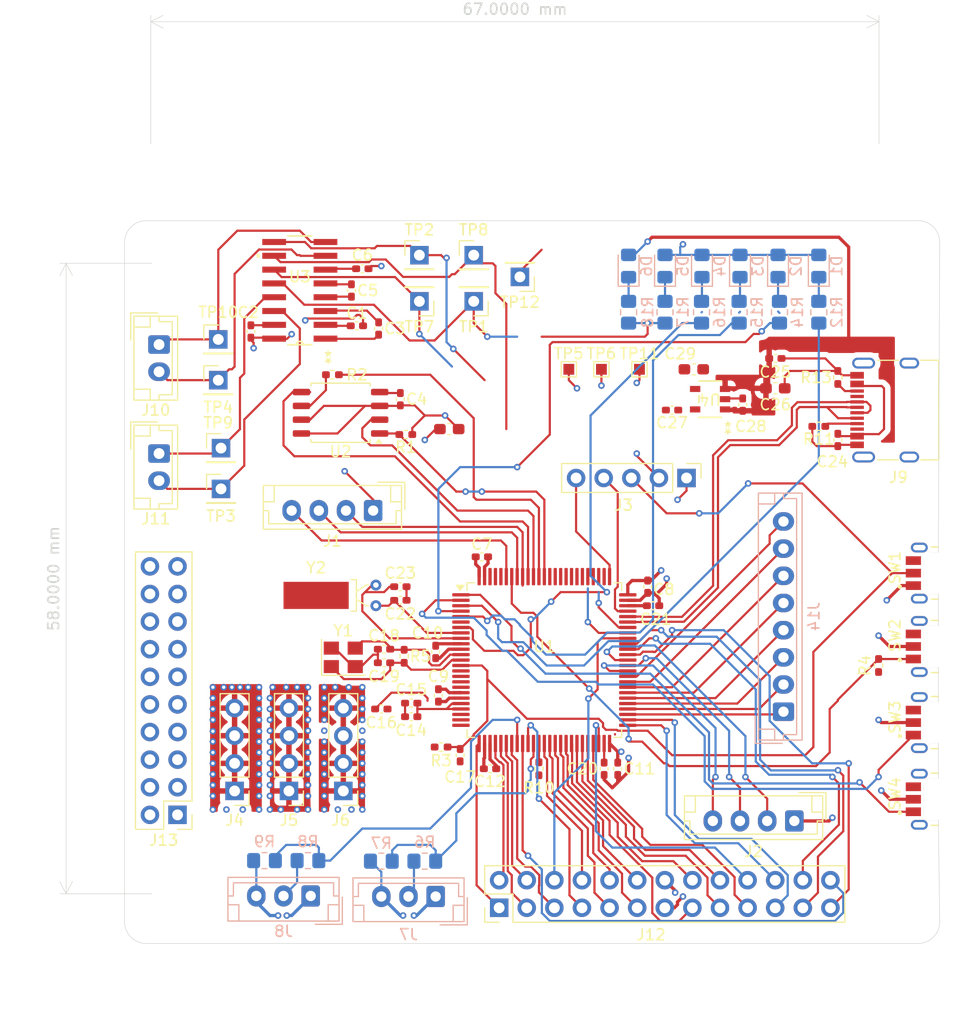
<source format=kicad_pcb>
(kicad_pcb (version 20240108) (generator "pcbnew") (generator_version "8.0")
  (layers (0 "F.Cu" signal) (1 "In1.Cu" signal) (2 "In2.Cu" signal) (31 "B.Cu" signal) (34 "B.Paste" user) (35 "F.Paste" user) (36 "B.SilkS" user "B.Silkscreen") (37 "F.SilkS" user "F.Silkscreen") (38 "B.Mask" user) (39 "F.Mask" user) (44 "Edge.Cuts" user))
  (net 0 "")
  (net 1 "GND")
  (net 2 "Net-(U1-PC14)")
  (net 3 "Net-(U1-PC15)")
  (net 4 "Net-(U1-VCAP_1)")
  (net 5 "Net-(U1-VCAP_2)")
  (net 6 "+5V")
  (net 7 "+3.3V")
  (net 8 "/SPI1_MOSI")
  (net 9 "/SPI1_MISO")
  (net 10 "/SWCLK")
  (net 11 "/SWDIO")
  (net 12 "/PITCH_DIR")
  (net 13 "/PITCH_EN")
  (net 14 "/PITCH_PUL")
  (net 15 "/ROLL_EN")
  (net 16 "/ROLL_DIR")
  (net 17 "/ROLL_PUL")
  (net 18 "/USB_D+")
  (net 19 "/TX_1")
  (net 20 "/TDI")
  (net 21 "/USB_D-")
  (net 22 "/RX_1")
  (net 23 "/RS232_1_IN")
  (net 24 "/RS232_2_OUT")
  (net 25 "/RS232_2_IN")
  (net 26 "/RS232_1_OUT")
  (net 27 "Net-(U4-BP)")
  (net 28 "Net-(D2-K)")
  (net 29 "Net-(D3-K)")
  (net 30 "Net-(D4-K)")
  (net 31 "Net-(D5-K)")
  (net 32 "/HAT_R")
  (net 33 "/HAT_L")
  (net 34 "/CD_REL")
  (net 35 "/HAT_U")
  (net 36 "/AP_REL")
  (net 37 "/HAT_D")
  (net 38 "/ICS_SW")
  (net 39 "/CARGO_REL")
  (net 40 "/LED_ROLL")
  (net 41 "/LED_PITCH")
  (net 42 "/LED_STATUS")
  (net 43 "/LED_AUX")
  (net 44 "/BOOT1")
  (net 45 "/PITCH_IN")
  (net 46 "/ROLL_IN")
  (net 47 "/SW_CAL")
  (net 48 "/RX_3")
  (net 49 "/SW_OK")
  (net 50 "/TX_3")
  (net 51 "/PE12")
  (net 52 "/PA4")
  (net 53 "/PA7")
  (net 54 "/PE11")
  (net 55 "/PA3")
  (net 56 "/PB10")
  (net 57 "/PE8")
  (net 58 "/PE13")
  (net 59 "/PC7")
  (net 60 "/PA5")
  (net 61 "/PB12")
  (net 62 "/PE7")
  (net 63 "/PB0")
  (net 64 "/PC9")
  (net 65 "/PE9")
  (net 66 "/PC5")
  (net 67 "/PA6")
  (net 68 "/PE15")
  (net 69 "/PE14")
  (net 70 "/PA8")
  (net 71 "/PB13")
  (net 72 "/PB11")
  (net 73 "/PC8")
  (net 74 "/PE10")
  (net 75 "/PD5")
  (net 76 "/PA0")
  (net 77 "/PD4")
  (net 78 "/PA2")
  (net 79 "/PC3")
  (net 80 "/PD6")
  (net 81 "/PC12")
  (net 82 "/PD3")
  (net 83 "/PE0")
  (net 84 "/PD1")
  (net 85 "/PD2")
  (net 86 "/PB9")
  (net 87 "/PC0")
  (net 88 "/PA1")
  (net 89 "/PE1")
  (net 90 "/PC2")
  (net 91 "/PD0")
  (net 92 "/PC1")
  (net 93 "/BOOT0")
  (net 94 "/SPI1_SCK{slash}SWO")
  (net 95 "/FLASH_CS")
  (net 96 "+3.3VA")
  (net 97 "/NRST")
  (net 98 "/HSE_IN")
  (net 99 "/HSE_OUT")
  (net 100 "Net-(D1-K)")
  (net 101 "Net-(D6-K)")
  (net 102 "Net-(J7-Pin_2)")
  (net 103 "Net-(J8-Pin_2)")
  (net 104 "Net-(J9-CC2)")
  (net 105 "Net-(J9-CC1)")
  (net 108 "Net-(U2-CLK)")
  (net 109 "Net-(U3-V+)")
  (net 110 "Net-(U3-C1-)")
  (net 111 "Net-(U3-C1+)")
  (net 112 "Net-(U3-C2-)")
  (net 113 "Net-(U3-C2+)")
  (net 114 "Net-(U3-V-)")
  (net 115 "Net-(C24-Pad2)")
  (footprint "Connector_PinHeader_2.54mm:PinHeader_2x10_P2.54mm_Vertical" (layer "F.Cu") (at 107.75 96.99 180)
    (property "Reference" "J13")
    (property "Value" "Conn_02x10_Counter_Clockwise")
  )
  (footprint "Resistor_SMD:R_0402_1005Metric_Pad0.72x0.64mm_HandSolder" (layer "F.Cu") (at 132 90.75)
    (property "Reference" "R3")
    (property "Value" "10K")
  )
  (footprint "Resistor_SMD:R_0402_1005Metric_Pad0.72x0.64mm_HandSolder" (layer "F.Cu") (at 168.5 56.75 90)
    (property "Reference" "R13")
    (property "Value" "5.1K")
  )
  (footprint "Capacitor_SMD:C_0402_1005Metric_Pad0.74x0.62mm_HandSolder" (layer "F.Cu") (at 124.25 52)
    (property "Reference" "C1")
    (property "Value" "100nF")
  )
  (footprint "PTS847MM160LSMTR2_LFS:SW_PTS847MM160LSMTR2_LFS" (layer "F.Cu") (at 176 74.75 90)
    (property "Reference" "SW1")
    (property "Value" "SW_RST")
    (fp_line (start -1.2 0.4) (end 1.2 0.4) (stroke (width 0.01)) (layer "Edge.Cuts"))
    (fp_line (start 1.9 1.1) (end 1.9 1.75) (stroke (width 0.01)) (layer "Edge.Cuts"))
    (fp_line (start -1.9 1.75) (end -1.9 1.1) (stroke (width 0.01)) (layer "Edge.Cuts"))
    (fp_arc (start 1.2 0.4) (mid 1.85345 0.44655) (end 1.9 1.1) (stroke (width 0.01)) (layer "Edge.Cuts"))
    (fp_arc (start -1.9 1.1) (mid -1.853447 0.446553) (end -1.2 0.4) (stroke (width 0.01)) (layer "Edge.Cuts"))
  )
  (footprint "PTS847MM160LSMTR2_LFS:SW_PTS847MM160LSMTR2_LFS" (layer "F.Cu") (at 176 88.5 90)
    (property "Reference" "SW3")
    (property "Value" "SW_CAL")
    (fp_line (start -1.2 0.4) (end 1.2 0.4) (stroke (width 0.01)) (layer "Edge.Cuts"))
    (fp_line (start 1.9 1.1) (end 1.9 1.75) (stroke (width 0.01)) (layer "Edge.Cuts"))
    (fp_line (start -1.9 1.75) (end -1.9 1.1) (stroke (width 0.01)) (layer "Edge.Cuts"))
    (fp_arc (start 1.2 0.4) (mid 1.85345 0.44655) (end 1.9 1.1) (stroke (width 0.01)) (layer "Edge.Cuts"))
    (fp_arc (start -1.9 1.1) (mid -1.853447 0.446553) (end -1.2 0.4) (stroke (width 0.01)) (layer "Edge.Cuts"))
  )
  (footprint "Capacitor_SMD:C_0402_1005Metric_Pad0.74x0.62mm_HandSolder" (layer "F.Cu") (at 168.5 62.5 90)
    (property "Reference" "C24")
    (property "Value" "10nF")
  )
  (footprint "Resistor_SMD:R_0402_1005Metric_Pad0.72x0.64mm_HandSolder" (layer "F.Cu") (at 141 92.75 -90)
    (property "Reference" "R10")
    (property "Value" "10k")
  )
  (footprint "Capacitor_SMD:C_0402_1005Metric_Pad0.74x0.62mm_HandSolder" (layer "F.Cu") (at 162.75 55)
    (property "Reference" "C25")
    (property "Value" "100nF")
  )
  (footprint "Capacitor_SMD:C_0402_1005Metric_Pad0.74x0.62mm_HandSolder" (layer "F.Cu") (at 129.25 86.71 180)
    (property "Reference" "C15")
    (property "Value" "1uF")
  )
  (footprint "PTS847MM160LSMTR2_LFS:SW_PTS847MM160LSMTR2_LFS" (layer "F.Cu") (at 176 95.555 90)
    (property "Reference" "SW4")
    (property "Value" "SW_OK")
    (fp_line (start -1.2 0.4) (end 1.2 0.4) (stroke (width 0.01)) (layer "Edge.Cuts"))
    (fp_line (start 1.9 1.1) (end 1.9 1.75) (stroke (width 0.01)) (layer "Edge.Cuts"))
    (fp_line (start -1.9 1.75) (end -1.9 1.1) (stroke (width 0.01)) (layer "Edge.Cuts"))
    (fp_arc (start 1.2 0.4) (mid 1.85345 0.44655) (end 1.9 1.1) (stroke (width 0.01)) (layer "Edge.Cuts"))
    (fp_arc (start -1.9 1.1) (mid -1.853447 0.446553) (end -1.2 0.4) (stroke (width 0.01)) (layer "Edge.Cuts"))
  )
  (footprint "Capacitor_SMD:C_0402_1005Metric_Pad0.74x0.62mm_HandSolder" (layer "F.Cu") (at 131.5 82 90)
    (property "Reference" "C10")
    (property "Value" "100nF")
  )
  (footprint "Connector_PinHeader_2.54mm:PinHeader_1x01_P2.54mm_Vertical" (layer "F.Cu") (at 111.75 67)
    (property "Reference" "TP3")
    (property "Value" "RS232_1_OUT")
  )
  (footprint "MountingHole:MountingHole_3.2mm_M3" (layer "F.Cu") (at 174 104.25)
    (property "Reference" "H4" (hide yes))
    (property "Value" "MountingHole")
  )
  (footprint "Capacitor_SMD:C_0402_1005Metric_Pad0.74x0.62mm_HandSolder" (layer "F.Cu") (at 128.25 58.75 -90)
    (property "Reference" "C4")
    (property "Value" "100nF")
  )
  (footprint "Resistor_SMD:R_0402_1005Metric_Pad0.72x0.64mm_HandSolder" (layer "F.Cu") (at 128.75 62 180)
    (property "Reference" "R1")
    (property "Value" "10k")
  )
  (footprint "Capacitor_SMD:C_0402_1005Metric_Pad0.74x0.62mm_HandSolder" (layer "F.Cu") (at 126.75 83)
    (property "Reference" "C19")
    (property "Value" "14pF")
  )
  (footprint "Capacitor_SMD:C_0402_1005Metric_Pad0.74x0.62mm_HandSolder" (layer "F.Cu") (at 126.75 81.75)
    (property "Reference" "C18")
    (property "Value" "14pF")
  )
  (footprint "Capacitor_SMD:C_0402_1005Metric_Pad0.74x0.62mm_HandSolder" (layer "F.Cu") (at 133.75 91.5 -90)
    (property "Reference" "C17")
    (property "Value" "100nF")
  )
  (footprint "Connector_PinHeader_2.54mm:PinHeader_1x01_P2.54mm_Vertical" (layer "F.Cu") (at 135 49.75 180)
    (property "Reference" "TP1")
    (property "Value" "RX_1")
  )
  (footprint "Capacitor_SMD:C_0402_1005Metric_Pad0.74x0.62mm_HandSolder" (layer "F.Cu") (at 151.5 77.75)
    (property "Reference" "C21")
    (property "Value" "2.2uF")
  )
  (footprint "Capacitor_SMD:C_0402_1005Metric_Pad0.74x0.62mm_HandSolder" (layer "F.Cu") (at 129.25 87.96 180)
    (property "Reference" "C14")
    (property "Value" "10nF")
  )
  (footprint "Resistor_SMD:R_0402_1005Metric_Pad0.72x0.64mm_HandSolder" (layer "F.Cu") (at 166.75 61.25 180)
    (property "Reference" "R11")
    (property "Value" "5.1K")
  )
  (footprint "Connector_PinHeader_2.54mm:PinHeader_1x01_P2.54mm_Vertical" (layer "F.Cu") (at 130 45.5)
    (property "Reference" "TP2")
    (property "Value" "RX_3")
  )
  (footprint "MountingHole:MountingHole_3.2mm_M3" (layer "F.Cu") (at 107 46.25)
    (property "Reference" "H1" (hide yes))
    (property "Value" "MountingHole")
  )
  (footprint "Capacitor_SMD:C_0402_1005Metric_Pad0.74x0.62mm_HandSolder" (layer "F.Cu") (at 153.25 59.75 180)
    (property "Reference" "C27")
    (property "Value" "10uF")
  )
  (footprint "Connector_JST:JST_EH_B2B-EH-A_1x02_P2.50mm_Vertical" (layer "F.Cu") (at 106.05 53.725 -90)
    (property "Reference" "J10")
    (property "Value" "Conn_01x02_Socket")
  )
  (footprint "Capacitor_SMD:C_0402_1005Metric_Pad0.74x0.62mm_HandSolder" (layer "F.Cu") (at 123.75 48.75 90)
    (property "Reference" "C5")
    (property "Value" "100nF")
  )
  (footprint "Connector_JST:JST_EH_B2B-EH-A_1x02_P2.50mm_Vertical" (layer "F.Cu") (at 106.05 63.75 -90)
    (property "Reference" "J11")
    (property "Value" "Conn_01x02_Socket")
  )
  (footprint "Capacitor_SMD:C_0402_1005Metric_Pad0.74x0.62mm_HandSolder" (layer "F.Cu") (at 131.75 86 -90)
    (property "Reference" "C9")
    (property "Value" "100nF")
  )
  (footprint "Crystal:Crystal_SMD_3225-4Pin_3.2x2.5mm" (layer "F.Cu") (at 123 82.5)
    (property "Reference" "Y1")
    (property "Value" "8MHz")
  )
  (footprint "Capacitor_SMD:C_0402_1005Metric_Pad0.74x0.62mm_HandSolder" (layer "F.Cu") (at 151 76 -90)
    (property "Reference" "C8")
    (property "Value" "100nF")
  )
  (footprint "MountingHole:MountingHole_3.2mm_M3" (layer "F.Cu") (at 174 46.25)
    (property "Reference" "H2" (hide yes))
    (property "Value" "MountingHole")
  )
  (footprint "Resistor_SMD:R_0402_1005Metric_Pad0.72x0.64mm_HandSolder" (layer "F.Cu") (at 172.25 83.25 90)
    (property "Reference" "R4")
    (property "Value" "10k")
  )
  (footprint "Connector_JST:JST_EH_B4B-EH-A_1x04_P2.50mm_Vertical" (layer "F.Cu") (at 164.5 97.55 180)
    (property "Reference" "J2")
    (property "Value" "Conn_01x04_Socket")
  )
  (footprint "Capacitor_SMD:C_0402_1005Metric_Pad0.74x0.62mm_HandSolder" (layer "F.Cu") (at 126.25 52.25 90)
    (property "Reference" "C3")
    (property "Value" "100nF")
  )
  (footprint "PTS847MM160LSMTR2_LFS:SW_PTS847MM160LSMTR2_LFS" (layer "F.Cu") (at 176 81.5 90)
    (property "Reference" "SW2")
    (property "Value" "SW_BOOT")
    (fp_line (start -1.2 0.4) (end 1.2 0.4) (stroke (width 0.01)) (layer "Edge.Cuts"))
    (fp_line (start 1.9 1.1) (end 1.9 1.75) (stroke (width 0.01)) (layer "Edge.Cuts"))
    (fp_line (start -1.9 1.75) (end -1.9 1.1) (stroke (width 0.01)) (layer "Edge.Cuts"))
    (fp_arc (start 1.2 0.4) (mid 1.85345 0.44655) (end 1.9 1.1) (stroke (width 0.01)) (layer "Edge.Cuts"))
    (fp_arc (start -1.9 1.1) (mid -1.853447 0.446553) (end -1.2 0.4) (stroke (width 0.01)) (layer "Edge.Cuts"))
  )
  (footprint "Connector_PinHeader_2.54mm:PinHeader_1x01_P2.54mm_Vertical" (layer "F.Cu") (at 111.5 53.25)
    (property "Reference" "TP10")
    (property "Value" "RS232_2_IN")
  )
  (footprint "Capacitor_SMD:C_0603_1608Metric_Pad1.08x0.95mm_HandSolder" (layer "F.Cu") (at 132.75 61.5 180)
    (property "Reference" "C13" (hide yes))
    (property "Value" "10uF")
  )
  (footprint "Capacitor_SMD:C_0402_1005Metric_Pad0.74x0.62mm_HandSolder" (layer "F.Cu") (at 124.75 46.75 180)
    (property "Reference" "C6")
    (property "Value" "100nF")
  )
  (footprint "trsf3232e:D16" (layer "F.Cu") (at 119 48.7356 180)
    (property "Reference" "U3")
    (property "Value" "TRSF3232ECD")
  )
  (footprint "Capacitor_SMD:C_0402_1005Metric_Pad0.74x0.62mm_HandSolder" (layer "F.Cu") (at 114.5 52.5212 90)
    (property "Reference" "C2")
    (property "Value" "100nF")
  )
  (footprint "Capacitor_SMD:C_0603_1608Metric_Pad1.08x0.95mm_HandSolder" (layer "F.Cu") (at 162.75 57.75)
    (property "Reference" "C26")
    (property "Value" "10uF")
  )
  (footprint "Capacitor_SMD:C_0402_1005Metric_Pad0.74x0.62mm_HandSolder" (layer "F.Cu") (at 148.25 92.75 -90)
    (property "Reference" "C11")
    (property "Value" "100nF")
  )
  (footprint "Capacitor_SMD:C_0402_1005Metric_Pad0.74x0.62mm_HandSolder" (layer "F.Cu") (at 147 92.75 90)
    (property "Reference" "C20")
    (property "Value" "2.2uF")
  )
  (footprint "Connector_USB:USB_C_Receptacle_G-Switch_GT-USB-7010ASV" (layer "F.Cu") (at 174 59.75 90)
    (property "Reference" "J9")
    (property "Value" "USB_C_Receptacle_USB2.0_16P")
  )
  (footprint "Connector_PinHeader_2.54mm:PinHeader_1x01_P2.54mm_Vertical" (layer "F.Cu") (at 111.5 57)
    (property "Reference" "TP4")
    (property "Value" "RS232_2_OUT")
  )
  (footprint "Connector_PinHeader_2.54mm:PinHeader_1x05_P2.54mm_Vertical" (layer "F.Cu") (at 154.58 66 -90)
    (property "Reference" "J3")
    (property "Value" "Conn_01x05_Pin")
  )
  (footprint "Connector_PinHeader_2.54mm:PinHeader_1x01_P2.54mm_Vertical" (layer "F.Cu") (at 111.75 63.25)
    (property "Reference" "TP9")
    (property "Value" "RS232_1_IN")
  )
  (footprint "Package_QFP:LQFP-100_14x14mm_P0.5mm" (layer "F.Cu") (at 141.5 82.75)
    (property "Reference" "U1")
    (property "Value" "STM32F407VETx")
  )
  (footprint "Capacitor_SMD:C_0402_1005Metric_Pad0.74x0.62mm_HandSolder" (layer "F.Cu") (at 128.25 77.25)
    (property "Reference" "C22")
    (property "Value" "1.5pF")
  )
  (footprint "Crystal:Crystal_DS26_D2.0mm_L6.0mm_Horizontal_1EP_style1" (layer "F.Cu") (at 126 75.85 -90)
    (property "Reference" "Y2")
    (property "Value" "32.768K")
  )
  (footprint "TestPoint:TestPoint_Pad_1.0x1.0mm" (layer "F.Cu") (at 143.75 56)
    (property "Reference" "TP5")
    (property "Value" "3V3")
  )
  (footprint "TestPoint:TestPoint_Pad_1.0x1.0mm" (layer "F.Cu") (at 146.75 56)
    (property "Reference" "TP6")
    (property "Value" "5V")
  )
  (footprint "Connector_PinHeader_2.54mm:PinHeader_2x13_P2.54mm_Vertical" (layer "F.Cu") (at 137.34 105.54 90)
    (property "Reference" "J12")
    (property "Value" "Conn_02x13_Counter_Clockwise")
  )
  (footprint "Connector_PinHeader_2.54mm:PinHeader_1x04_P2.54mm_Vertical" (layer "F.Cu") (at 118 94.79 180)
    (property "Reference" "J5")
    (property "Value" "Conn_01x04_Socket")
  )
  (footprint "Connector_JST:JST_EH_B4B-EH-A_1x04_P2.50mm_Vertical" (layer "F.Cu") (at 125.75 69 180)
    (property "Reference" "J1")
    (property "Value" "Conn_01x04_Socket")
  )
  (footprint "Capacitor_SMD:C_0402_1005Metric_Pad0.74x0.62mm_HandSolder" (layer "F.Cu") (at 135.75 73.25)
    (property "Reference" "C7")
    (property "Value" "100nF")
  )
  (footprint "Connector_PinHeader_2.54mm:PinHeader_1x01_P2.54mm_Vertical" (layer "F.Cu") (at 135 45.5)
    (property "Reference" "TP8")
    (property "Value" "TX_3")
  )
  (footprint "Connector_PinHeader_2.54mm:PinHeader_1x01_P2.54mm_Vertical" (layer "F.Cu") (at 139.25 47.5 180)
    (property "Reference" "TP12")
    (property "Value" "GND")
  )
  (footprint "Capacitor_SMD:C_0603_1608Metric_Pad1.08x0.95mm_HandSolder" (layer "F.Cu") (at 155.25 56)
    (property "Reference" "C29")
    (property "Value" "1uF")
  )
  (footprint "rt9167-33gb:SOIC_A-33GB_RIT" (layer "F.Cu") (at 156.75 58.75 180)
    (property "Reference" "U4")
    (property "Value" "RT9167A-33GB")
  )
  (footprint "Capacitor_SMD:C_0402_1005Metric_Pad0.74x0.62mm_HandSolder" (layer "F.Cu") (at 128.25 76)
    (property "Reference" "C23")
    (property "Value" "1.5pF")
  )
  (footprint "TestPoint:TestPoint_Pad_1.0x1.0mm" (layer "F.Cu") (at 150.25 56)
    (property "Reference" "TP11")
    (property "Value" "GND")
  )
  (footprint "Resistor_SMD:R_0402_1005Metric_Pad0.72x0.64mm_HandSolder" (layer "F.Cu") (at 128.6 82.4 -90)
    (property "Reference" "R5")
    (property "Value" "1M")
  )
  (footprint "Resistor_SMD:R_0402_1005Metric_Pad0.72x0.64mm_HandSolder" (layer "F.Cu") (at 122 56.5)
    (property "Reference" "R2")
    (property "Value" "22R")
  )
  (footprint "Connector_PinHeader_2.54mm:PinHeader_1x04_P2.54mm_Vertical" (layer "F.Cu") (at 113 94.79 180)
    (property "Reference" "J4")
    (property "Value" "Conn_01x04_Socket")
  )
  (footprint "Capacitor_SMD:C_0402_1005Metric_Pad0.74x0.62mm_HandSolder" (layer "F.Cu") (at 136.5 92.75 180)
    (property "Reference" "C12")
    (property "Value" "100nF")
  )
  (footprint "Capacitor_SMD:C_0402_1005Metric_Pad0.74x0.62mm_HandSolder" (layer "F.Cu") (at 159.75 59.25 90)
    (property "Reference" "C28")
    (property "Value" "1uF")
  )
  (footprint "Connector_PinHeader_2.54mm:PinHeader_1x04_P2.54mm_Vertical" (layer "F.Cu") (at 123 94.79 180)
    (property "Reference" "J6")
    (property "Value" "Conn_01x04_Socket")
  )
  (footprint "MountingHole:MountingHole_3.2mm_M3" (layer "F.Cu") (at 107 104.25)
    (property "Reference" "H3" (hide yes))
    (property "Value" "MountingHole")
  )
  (footprint "Connector_PinHeader_2.54mm:PinHeader_1x01_P2.54mm_Vertical" (layer "F.Cu") (at 130 49.75 180)
    (property "Reference" "TP7")
    (property "Value" "TX_1")
  )
  (footprint "Capacitor_SMD:C_0402_1005Metric_Pad0.74x0.62mm_HandSolder" (layer "F.Cu") (at 126.5 87.25)
    (property "Reference" "C16")
    (property "Value" "1uF")
  )
  (footprint "Package_SO:SOIC-8_5.23x5.23mm_P1.27mm" (layer "F.Cu") (at 122.75 60 180)
    (property "Reference" "U2")
    (property "Value" "W25Q16JVSS")
  )
  (footprint "Resistor_SMD:R_0805_2012Metric_Pad1.20x1.40mm_HandSolder" (layer "B.Cu") (at 126.5 101.25 180)
    (property "Reference" "R7")
    (property "Value" "6k6")
  )
  (footprint "Connector_JST:JST_EH_B3B-EH-A_1x03_P2.50mm_Vertical" (layer "B.Cu") (at 131.5 104.5 180)
    (property "Reference" "J7")
    (property "Value" "Conn_01x03_Socket")
  )
  (footprint "Resistor_SMD:R_0805_2012Metric_Pad1.20x1.40mm_HandSolder" (layer "B.Cu") (at 130.5 101.25)
    (property "Reference" "R6")
    (property "Value" "3k4")
  )
  (footprint "LED_SMD:LED_0805_2012Metric_Pad1.15x1.40mm_HandSolder" (layer "B.Cu") (at 163 46.5 90)
    (property "Reference" "D2")
    (property "Value" "BLUE")
  )
  (footprint "Resistor_SMD:R_0805_2012Metric_Pad1.20x1.40mm_HandSolder" (layer "B.Cu") (at 155.96 50.75 90)
    (property "Reference" "R16")
    (property "Value" "1k")
  )
  (footprint "LED_SMD:LED_0805_2012Metric_Pad1.15x1.40mm_HandSolder" (layer "B.Cu") (at 152.6 46.5 90)
    (property "Reference" "D5")
    (property "Value" "RED")
  )
  (footprint "Resistor_SMD:R_0805_2012Metric_Pad1.20x1.40mm_HandSolder" (layer "B.Cu") (at 159.42 50.75 90)
    (property "Reference" "R15")
    (property "Value" "1k")
  )
  (footprint "LED_SMD:LED_0805_2012Metric_Pad1.15x1.40mm_HandSolder" (layer "B.Cu") (at 166.75 46.5 90)
    (property "Reference" "D1")
    (property "Value" "BLUE")
  )
  (footprint "Resistor_SMD:R_0805_2012Metric_Pad1.20x1.40mm_HandSolder" (layer "B.Cu") (at 149.25 50.75 -90)
    (property "Reference" "R18")
    (property "Value" "1k")
  )
  (footprint "Connector_JST:JST_EH_B3B-EH-A_1x03_P2.50mm_Vertical" (layer "B.Cu") (at 120 104.45 180)
    (property "Reference" "J8")
    (property "Value" "Conn_01x03_Socket")
  )
  (footprint "LED_SMD:LED_0805_2012Metric_Pad1.15x1.40mm_HandSolder" (layer "B.Cu") (at 159.5 46.5 90)
    (property "Reference" "D3")
    (property "Value" "GREEN")
  )
  (footprint "Resistor_SMD:R_0805_2012Metric_Pad1.20x1.40mm_HandSolder" (layer "B.Cu") (at 166.75 50.75 90)
    (property "Reference" "R12")
    (property "Value" "1k")
  )
  (footprint "Connector_JST:JST_EH_B8B-EH-A_1x08_P2.50mm_Vertical" (layer "B.Cu") (at 163.5 87.5 90)
    (property "Reference" "J14")
    (property "Value" "Conn_01x08_Socket")
  )
  (footprint "Resistor_SMD:R_0805_2012Metric_Pad1.20x1.40mm_HandSolder" (layer "B.Cu") (at 115.75 101.2 180)
    (property "Reference" "R9")
    (property "Value" "6k6")
  )
  (footprint "LED_SMD:LED_0805_2012Metric_Pad1.15x1.40mm_HandSolder" (layer "B.Cu") (at 149.25 46.5 90)
    (property "Reference" "D6")
    (property "Value" "RED")
  )
  (footprint "Resistor_SMD:R_0805_2012Metric_Pad1.20x1.40mm_HandSolder" (layer "B.Cu") (at 119.75 101.2)
    (property "Reference" "R8")
    (property "Value" "3k4")
  )
  (footprint "LED_SMD:LED_0805_2012Metric_Pad1.15x1.40mm_HandSolder" (layer "B.Cu") (at 156 46.5 90)
    (property "Reference" "D4")
    (property "Value" "RED")
  )
  (footprint "Resistor_SMD:R_0805_2012Metric_Pad1.20x1.40mm_HandSolder" (layer "B.Cu") (at 152.6 50.75 90)
    (property "Reference" "R17")
    (property "Value" "1k")
  )
  (footprint "Resistor_SMD:R_0805_2012Metric_Pad1.20x1.40mm_HandSolder" (layer "B.Cu") (at 163.13 50.75 90)
    (property "Reference" "R14")
    (property "Value" "1k")
  )
  (gr_arc (start 177.875 106.825) (mid 177.289214 108.239214) (end 175.875 108.825) (stroke (width 0.05)) (layer "Edge.Cuts"))
  (gr_line (start 177.75 79.6) (end 177.75 76.65) (stroke (width 0.05)) (layer "Edge.Cuts"))
  (gr_line (start 175.875 108.825) (end 104.875 108.825) (stroke (width 0.05)) (layer "Edge.Cuts"))
  (gr_arc (start 104.875 108.825) (mid 103.460786 108.239214) (end 102.875 106.825) (stroke (width 0.05)) (layer "Edge.Cuts"))
  (gr_line (start 177.875 44.325) (end 177.75 72.85) (stroke (width 0.05)) (layer "Edge.Cuts"))
  (gr_arc (start 175.875 42.325) (mid 177.289214 42.910786) (end 177.875 44.325) (stroke (width 0.05)) (layer "Edge.Cuts"))
  (gr_line (start 177.75 86.6) (end 177.75 83.4) (stroke (width 0.05)) (layer "Edge.Cuts"))
  (gr_line (start 177.75 93.655) (end 177.75 90.4) (stroke (width 0.05)) (layer "Edge.Cuts"))
  (gr_arc (start 102.875 44.325) (mid 103.460786 42.910786) (end 104.875 42.325) (stroke (width 0.05)) (layer "Edge.Cuts"))
  (gr_line (start 177.875 106.825) (end 177.75 97.455) (stroke (width 0.05)) (layer "Edge.Cuts"))
  (gr_line (start 102.875 106.825) (end 102.875 44.325) (stroke (width 0.05)) (layer "Edge.Cuts"))
  (gr_line (start 104.875 42.325) (end 175.875 42.325) (stroke (width 0.05)) (layer "Edge.Cuts"))
  (dimension (type aligned) (layer "Edge.Cuts") (pts (xy 107 46.25) (xy 107 104.25)) (height 9.499999) (gr_text "58.0000 mm" (at 96.350001 75.25 90) (layer "Edge.Cuts") (effects (font (size 1 1) (thickness 0.15)))) (format (prefix "") (suffix "") (units 3) (units_format 1) (precision 4)) (style (thickness 0.05) (arrow_length 1.27) (text_position_mode 0) (extension_height 0.58642) (extension_offset 0.5) keep_text_aligned))
  (dimension (type aligned) (layer "Edge.Cuts") (pts (xy 172.29 35.775) (xy 105.29 35.775)) (height 11.749999) (gr_text "67.0000 mm" (at 138.79 22.875001 0) (layer "Edge.Cuts") (effects (font (size 1 1) (thickness 0.15)))) (format (prefix "") (suffix "") (units 3) (units_format 1) (precision 4)) (style (thickness 0.05) (arrow_length 1.27) (text_position_mode 0) (extension_height 0.58642) (extension_offset 0.5) keep_text_aligned))
  (via (at 112.25 96.5) (size 0.6) (drill 0.3) (layers "F.Cu" "B.Cu") (net 0))
  (via (at 122.5 96.5) (size 0.6) (drill 0.3) (layers "F.Cu" "B.Cu") (net 0))
  (via (at 123.75 96.5) (size 0.6) (drill 0.3) (layers "F.Cu" "B.Cu") (net 0))
  (via (at 113.75 96.5) (size 0.6) (drill 0.3) (layers "F.Cu" "B.Cu") (net 0))
  (via (at 121.25 89.25) (size 0.6) (drill 0.3) (layers "F.Cu" "B.Cu") (net 0))
  (via (at 124.75 89.25) (size 0.6) (drill 0.3) (layers "F.Cu" "B.Cu") (net 0))
  (segment (start 150.75 53) (end 151 52.75) (width 0.2) (layer "F.Cu") (net 1))
  (segment (start 139.25 47.5) (end 139.25 47) (width 0.2) (layer "F.Cu") (net 1))
  (segment (start 123.9 83.35) (end 124.1 83.35) (width 0.2) (layer "F.Cu") (net 1))
  (segment (start 150.3175 77.25) (end 151 76.5675) (width 0.3) (layer "F.Cu") (net 1))
  (segment (start 151.75 76.75) (end 152.75 75.75) (width 0.3) (layer "F.Cu") (net 1))
  (segment (start 153.534456 104.142228) (end 153.534456 103.954456) (width 0.3) (layer "F.Cu") (net 1))
  (segment (start 173.305 95.555) (end 172.5 94.75) (width 0.3) (layer "F.Cu") (net 1))
  (segment (start 170.275 56.55) (end 168.8975 56.55) (width 0.2) (layer "F.Cu") (net 1))
  (segment (start 124.65 83.35) (end 124.1 83.35) (width 0.2) (layer "F.Cu") (net 1))
  (segment (start 151.75 76.75) (end 151.5675 76.5675) (width 0.3) (layer "F.Cu") (net 1))
  (segment (start 133.825 81.25) (end 131.6825 81.25) (width 0.3) (layer "F.Cu") (net 1))
  (segment (start 149.25 93) (end 149.25 91.75) (width 0.3) (layer "F.Cu") (net 1))
  (segment (start 121.9 81.65) (end 122.2 81.65) (width 0.2) (layer "F.Cu") (net 1))
  (segment (start 126.1825 82.25) (end 125.75 82.25) (width 0.2) (layer "F.Cu") (net 1))
  (segment (start 147 93.3175) (end 147 93.75) (width 0.3) (layer "F.Cu") (net 1))
  (segment (start 166.1525 62.6525) (end 166.1525 61.25) (width 0.2) (layer "F.Cu") (net 1))
  (segment (start 136 90.425) (end 136 91.75) (width 0.3) (layer "F.Cu") (net 1))
  (segment (start 152.0675 77.75) (end 152.0675 77.0675) (width 0.3) (layer "F.Cu") (net 1))
  (segment (start 123.9188 51.3312) (end 119.6688 51.3312) (width 0.2) (layer "F.Cu") (net 1))
  (segment (start 175.45 75.9) (end 174.35 75.9) (width 0.3) (layer "F.Cu") (net 1))
  (segment (start 122.2 81.65) (end 123.9 83.35) (width 0.2) (layer "F.Cu") (net 1))
  (segment (start 128.8175 76) (end 128.8175 77.25) (width 0.2) (layer "F.Cu") (net 1))
  (segment (start 135.9325 92.75) (end 136 92.6825) (width 0.2) (layer "F.Cu") (net 1))
  (segment (start 141.25 53) (end 150.75 53) (width 0.2) (layer "F.Cu") (net 1))
  (segment (start 132.4325 86.5675) (end 131.75 86.5675) (width 0.3) (layer "F.Cu") (net 1))
  (segment (start 136 74.17188) (end 136.3175 73.85438) (width 0.3) (layer "F.Cu") (net 1))
  (segment (start 166.5675 63.0675) (end 166.1525 62.6525) (width 0.2) (layer "F.Cu") (net 1))
  (segment (start 152.0675 77.0675) (end 151.75 76.75) (width 0.3) (layer "F.Cu") (net 1))
  (segment (start 150 63.96) (end 150 63.75) (width 0.2) (layer "F.Cu") (net 1))
  (segment (start 175.45 88.5) (end 172.5 88.5) (width 0.3) (layer "F.Cu") (net 1))
  (segment (start 126.5 46.5) (end 125.5675 46.5) (width 0.2) (layer "F.Cu") (net 1))
  (segment (start 148.25 94) (end 149.25 93) (width 0.3) (layer "F.Cu") (net 1))
  (segment (start 172.5 88.5) (end 172.25 88.25) (width 0.3) (layer "F.Cu") (net 1))
  (segment (start 170.275 62.95) (end 168.6175 62.95) (width 0.2) (layer "F.Cu") (net 1))
  (segment (start 168.8975 56.55) (end 168.5 56.1525) (width 0.2) (layer "F.Cu") (net 1))
  (segment (start 116.6378 51.9462) (end 114.5075 51.9462) (width 0.2) (layer "F.Cu") (net 1))
  (segment (start 174.35 75.9) (end 173 77.25) (width 0.3) (layer "F.Cu") (net 1))
  (segment (start 126.1825 81.75) (end 126.1825 82.25) (width 0.2) (layer "F.Cu") (net 1))
  (segment (start 119.6688 51.3312) (end 119.5 51.5) (width 0.2) (layer "F.Cu") (net 1))
  (segment (start 124.8175 52) (end 124.8175 51.3175) (width 0.2) (layer "F.Cu") (net 1))
  (segment (start 131.8875 61.5) (end 131.5 61.5) (width 0.2) (layer "F.Cu") (net 1))
  (segment (start 152.75 75.75) (end 152.75 75.25) (width 0.3) (layer "F.Cu") (net 1))
  (segment (start 124.25 51) (end 123.9188 51.3312) (width 0.2) (layer "F.Cu") (net 1))
  (segment (start 164.0975 56.1525) (end 168.5 56.1525) (width 0.2) (layer "F.Cu") (net 1))
  (segment (start 168.6175 62.95) (end 168.5 63.0675) (width 0.2) (layer "F.Cu") (net 1))
  (segment (start 136.3175 73.85438) (end 136.3175 73.25) (width 0.3) (layer "F.Cu") (net 1))
  (segment (start 163.6125 56.6375) (end 164.0975 56.1525) (width 0.2) (layer "F.Cu") (net 1))
  (segment (start 124.8175 51.3175) (end 124.75 51.25) (width 0.2) (layer "F.Cu") (net 1))
  (segment (start 168.5 63.0675) (end 166.5675 63.0675) (width 0.2) (layer "F.Cu") (net 1))
  (segment (start 124.5 51) (end 124.25 51) (width 0.2) (layer "F.Cu") (net 1))
  (segment (start 150 63.96) (end 152.04 66) (width 0.2) (layer "F.Cu") (net 1))
  (segment (start 151 52.75) (end 151 51.75) (width 0.2) (layer "F.Cu") (net 1))
  (segment (start 139.25 47) (end 141.25 45) (width 0.2) (layer "F.Cu") (net 1))
  (segment (start 148.25 94) (end 148.25 93.3175) (width 0.3) (layer "F.Cu") (net 1))
  (segment (start 126.1825 82.25) (end 126.1825 83) (width 0.2) (layer "F.Cu") (net 1))
  (segment (start 136 91.75) (end 135.9325 91.8175) (width 0.3) (layer "F.Cu") (net 1))
  (segment (start 151.5675 76.5675) (end 151 76.5675) (width 0.3) (layer "F.Cu") (net 1))
  (segment (start 135.9325 91.8175) (end 135.9325 92.75) (width 0.3) (layer "F.Cu") (net 1))
  (segment (start 159.75 58.6825) (end 158.19545 58.6825) (width 0.2) (layer "F.Cu") (net 1))
  (segment (start 126.4375 58.1825) (end 126.35 58.095) (width 0.2) (layer "F.Cu") (net 1))
  (segment (start 131.5 61.5) (end 130.5 62.5) (width 0.2) (layer "F.Cu") (net 1))
  (segment (start 147.75 94.5) (end 148.25 94) (width 0.3) (layer "F.Cu") (net 1))
  (segment (start 132.75 86.25) (end 132.4325 86.5675) (width 0.3) (layer "F.Cu") (net 1))
  (segment (start 124.75 51.25) (end 124.5 51) (width 0.2) (layer "F.Cu") (net 1))
  (segment (start 128.6825 86.71) (end 128.6825 87.96) (width 0.2) (layer "F.Cu") (net 1))
  (segment (start 147 93.75) (end 147.75 94.5) (width 0.3) (layer "F.Cu") (net 1))
  (segment (start 153.534456 103.954456) (end 152.58 103) (width 0.3) (layer "F.Cu") (net 1))
  (segment (start 163.6125 57.75) (end 163.6125 56.6375) (width 0.2) (layer "F.Cu") (net 1))
  (segment (start 163.3175 55) (end 167.3475 55) (width 0.2) (layer "F.Cu") (net 1))
  (segment (start 149.175 77.25) (end 150.3175 77.25) (width 0.3) (layer "F.Cu") (net 1))
  (segment (start 136 75.075) (end 136 74.17188) (width 0.3) (layer "F.Cu") (net 1))
  (segment (start 131.6825 81.25) (end 131.5 81.4325) (width 0.3) (layer "F.Cu") (net 1))
  (segment (start 150.25 57) (end 150 57.25) (width 0.2) (layer "F.Cu") (net 1))
  (segment (start 133.825 86.25) (end 132.75 86.25) (width 0.3) (layer "F.Cu") (net 1))
  (segment (start 125.75 82.25) (end 124.65 83.35) (width 0.2) (layer "F.Cu") (net 1))
  (segment (start 150.25 56) (end 150.25 57) (width 0.2) (layer "F.Cu") (net 1))
  (segment (start 167.3475 55) (end 168.5 56.1525) (width 0.2) (layer "F.Cu") (net 1))
  (segment (start 128.25 58.1825) (end 126.4375 58.1825) (width 0.2) (layer "F.Cu") (net 1))
  (segment (start 158.19545 58.6825) (end 158.12795 58.75) (width 0.2) (layer "F.Cu") (net 1))
  (segment (start 175.45 95.555) (end 173.305 95.555) (width 0.3) (layer "F.Cu") (net 1))
  (segment (start 125.5675 46.5) (end 125.3175 46.75) (width 0.2) (layer "F.Cu") (net 1))
  (via (at 116.25 88.25) (size 0.6) (drill 0.3) (layers "F.Cu" "B.Cu") (net 1))
  (via (at 126.5 46.5) (size 0.6) (drill 0.3) (layers "F.Cu" "B.Cu") (net 1))
  (via (at 116.25 94.25) (size 0.6) (drill 0.3) (layers "F.Cu" "B.Cu") (net 1))
  (via (at 119.75 87.25) (size 0.6) (drill 0.3) (layers "F.Cu" "B.Cu") (net 1))
  (via (at 116.25 87.25) (size 0.6) (drill 0.3) (layers "F.Cu" "B.Cu") (net 1))
  (via (at 150 57.25) (size 0.6) (drill 0.3) (layers "F.Cu" "B.Cu") (net 1))
  (via (at 117.25 96.5) (size 0.6) (drill 0.3) (layers "F.Cu" "B.Cu") (net 1))
  (via (at 153.534456 104.142228) (size 0.6) (drill 0.3) (layers "F.Cu" "B.Cu") (net 1))
  (via (at 119.5 51.5) (size 0.6) (drill 0.3) (layers "F.Cu" "B.Cu") (net 1))
  (via (at 119.75 90.25) (size 0.6) (drill 0.3) (layers "F.Cu" "B.Cu") (net 1))
  (via (at 119.75 94.25) (size 0.6) (drill 0.3) (layers "F.Cu" "B.Cu") (net 1))
  (via (at 151 51.75) (size 0.6) (drill 0.3) (layers "F.Cu" "B.Cu") (net 1))
  (via (at 116.25 91.25) (size 0.6) (drill 0.3) (layers "F.Cu" "B.Cu") (net 1))
  (via (at 116.25 96.5) (size 0.6) (drill 0.3) (layers "F.Cu" "B.Cu") (net 1))
  (via (at 119.75 91.25) (size 0.6) (drill 0.3) (layers "F.Cu" "B.Cu") (net 1))
  (via (at 117 106.25) (size 0.6) (drill 0.3) (layers "F.Cu" "B.Cu") (net 1))
  (via (at 119.75 86.25) (size 0.6) (drill 0.3) (layers "F.Cu" "B.Cu") (net 1))
  (via (at 117.75 85.25) (size 0.6) (drill 0.3) (layers "F.Cu" "B.Cu") (net 1))
  (via (at 119.75 95.25) (size 0.6) (drill 0.3) (layers "F.Cu" "B.Cu") (net 1))
  (via (at 116.5 85.25) (size 0.6) (drill 0.3) (layers "F.Cu" "B.Cu") (net 1))
  (via (at 172.25 88.25) (size 0.6) (drill 0.3) (layers "F.Cu" "B.Cu") (net 1))
  (via (at 119.75 85.25) (size 0.6) (drill 0.3) (layers "F.Cu" "B.Cu") (net 1))
  (via (at 116.25 89.25) (size 0.6) (drill 0.3) (layers "F.Cu" "B.Cu") (net 1))
  (via (at 119.75 93.25) (size 0.6) (drill 0.3) (layers "F.Cu" "B.Cu") (net 1))
  (via (at 116.25 92.25) (size 0.6) (drill 0.3) (layers "F.Cu" "B.Cu") (net 1))
  (via (at 118.75 85.25) (size 0.6) (drill 0.3) (layers "F.Cu" "B.Cu") (net 1))
  (via (at 116.25 93.25) (size 0.6) (drill 0.3) (layers "F.Cu" "B.Cu") (net 1))
  (via (at 150 63.75) (size 0.6) (drill 0.3) (layers "F.Cu" "B.Cu") (net 1))
  (via (at 149.25 91.75) (size 0.6) (drill 0.3) (layers "F.Cu" "B.Cu") (net 1))
  (via (at 119.75 88.25) (size 0.6) (drill 0.3) (layers "F.Cu" "B.Cu") (net 1))
  (via (at 116.25 86.25) (size 0.6) (drill 0.3) (layers "F.Cu" "B.Cu") (net 1))
  (via (at 130.5 62.5) (size 0.6) (drill 0.3) (layers "F.Cu" "B.Cu") (net 1))
  (via (at 116.25 95.25) (size 0.6) (drill 0.3) (layers "F.Cu" "B.Cu") (net 1))
  (via (at 173 77.25) (size 0.6) (drill 0.3) (layers "F.Cu" "B.Cu") (net 1))
  (via (at 119.75 92.25) (size 0.6) (drill 0.3) (layers "F.Cu" "B.Cu") (net 1))
  (via (at 118.75 96.5) (size 0.6) (drill 0.3) (layers "F.Cu" "B.Cu") (net 1))
  (via (at 119.75 89.25) (size 0.6) (drill 0.3) (layers "F.Cu" "B.Cu") (net 1))
  (via (at 116.25 90.25) (size 0.6) (drill 0.3) (layers "F.Cu" "B.Cu") (net 1))
  (via (at 172.5 94.75) (size 0.6) (drill 0.3) (layers "F.Cu" "B.Cu") (net 1))
  (via (at 128.5 106.25) (size 0.6) (drill 0.3) (layers "F.Cu" "B.Cu") (net 1))
  (via (at 152.75 75.25) (size 0.6) (drill 0.3) (layers "F.Cu" "B.Cu") (net 1))
  (via (at 119.75 96.5) (size 0.6) (drill 0.3) (layers "F.Cu" "B.Cu") (net 1))
  (segment (start 126.5 104.5) (end 126.5 102.25) (width 0.2) (layer "B.Cu") (net 1))
  (segment (start 126.5 104.5) (end 128.25 106.25) (width 0.3) (layer "B.Cu") (net 1))
  (segment (start 115 104.45) (end 115 105) (width 0.3) (layer "B.Cu") (net 1))
  (segment (start 115 104.45) (end 115 101.45) (width 0.2) (layer "B.Cu") (net 1))
  (segment (start 115 101.45) (end 114.75 101.2) (width 0.2) (layer "B.Cu") (net 1))
  (segment (start 126.5 102.25) (end 125.5 101.25) (width 0.2) (layer "B.Cu") (net 1))
  (segment (start 152.6 51.75) (end 151 51.75) (width 0.2) (layer "B.Cu") (net 1))
  (segment (start 116.25 106.25) (end 117 106.25) (width 0.3) (layer "B.Cu") (net 1))
  (segment (start 115 105) (end 116.25 106.25) (width 0.3) (layer "B.Cu") (net 1))
  (segment (start 128.25 106.25) (end 128.5 106.25) (width 0.3) (layer "B.Cu") (net 1))
  (segment (start 117 106.25) (end 116.8 106.25) (width 0.2) (layer "B.Cu") (net 1))
  (segment (start 151 51.75) (end 149.25 51.75) (width 0.2) (layer "B.Cu") (net 1))
  (segment (start 127.1825 77.75) (end 127.6825 77.25) (width 0.2) (layer "F.Cu") (net 2))
  (segment (start 133.825 80.25) (end 130.6825 80.25) (width 0.2) (layer "F.Cu") (net 2))
  (segment (start 126 77.75) (end 127.1825 77.75) (width 0.2) (layer "F.Cu") (net 2))
  (segment (start 130.6825 80.25) (end 127.6825 77.25) (width 0.2) (layer "F.Cu") (net 2))
  (segment (start 125.65 75.85) (end 126 75.85) (width 0.2) (layer "F.Cu") (net 3))
  (segment (start 124.75 78.25) (end 124.75 76.75) (width 0.2) (layer "F.Cu") (net 3))
  (segment (start 127.6825 76) (end 127.25 76) (width 0.2) (layer "F.Cu") (net 3))
  (segment (start 126.75 76.5) (end 125 76.5) (width 0.2) (layer "F.Cu") (net 3))
  (segment (start 125 76.5) (end 125.65 75.85) (width 0.2) (layer "F.Cu") (net 3))
  (segment (start 127.25 80.75) (end 124.75 78.25) (width 0.2) (layer "F.Cu") (net 3))
  (segment (start 127.25 76) (end 126.75 76.5) (width 0.2) (layer "F.Cu") (net 3))
  (segment (start 124.75 76.75) (end 125 76.5) (width 0.2) (layer "F.Cu") (net 3))
  (segment (start 133.825 80.75) (end 127.25 80.75) (width 0.2) (layer "F.Cu") (net 3))
  (segment (start 147 90.425) (end 147 92.1825) (width 0.2) (layer "F.Cu") (net 4))
  (segment (start 149.175 77.75) (end 150.9325 77.75) (width 0.3) (layer "F.Cu") (net 5))
  (segment (start 151 44.25) (end 151.4 43.85) (width 0.3) (layer "F.Cu") (net 6))
  (segment (start 159.75 59.8175) (end 158.25595 59.8175) (width 0.2) (layer "F.Cu") (net 6))
  (segment (start 146.75 56) (end 146.75 57.5) (width 0.2) (layer "F.Cu") (net 6))
  (segment (start 168.6 43.85) (end 169.5 44.75) (width 0.3) (layer "F.Cu") (net 6))
  (segment (start 162.1825 57.455) (end 161.8875 57.75) (width 0.2) (layer "F.Cu") (net 6))
  (segment (start 158.25595 59.8175) (end 158.12795 59.6895) (width 0.2) (layer "F.Cu") (net 6))
  (segment (start 151.4 43.85) (end 168.6 43.85) (width 0.3) (layer "F.Cu") (net 6))
  (segment (start 169.5 44.75) (end 169.5 53.5) (width 0.3) (layer "F.Cu") (net 6))
  (segment (start 162.1825 55) (end 162.1825 57.455) (width 0.2) (layer "F.Cu") (net 6))
  (via (at 129.5 106.25) (size 0.6) (drill 0.3) (layers "F.Cu" "B.Cu") (net 6))
  (via (at 115.25 90.25) (size 0.6) (drill 0.3) (layers "F.Cu" "B.Cu") (net 6))
  (via (at 115.25 88.25) (size 0.6) (drill 0.3) (layers "F.Cu" "B.Cu") (net 6))
  (via (at 111 90.25) (size 0.6) (drill 0.3) (layers "F.Cu" "B.Cu") (net 6))
  (via (at 115.25 91.25) (size 0.6) (drill 0.3) (layers "F.Cu" "B.Cu") (net 6))
  (via (at 113.5 85.25) (size 0.6) (drill 0.3) (layers "F.Cu" "B.Cu") (net 6))
  (via (at 111 92.25) (size 0.6) (drill 0.3) (layers "F.Cu" "B.Cu") (net 6))
  (via (at 111 88.25) (size 0.6) (drill 0.3) (layers "F.Cu" "B.Cu") (net 6))
  (via (at 111 95.25) (size 0.6) (drill 0.3) (layers "F.Cu" "B.Cu") (net 6))
  (via (at 115.25 94.25) (size 0.6) (drill 0.3) (layers "F.Cu" "B.Cu") (net 6))
  (via (at 112 85.25) (size 0.6) (drill 0.3) (layers "F.Cu" "B.Cu") (net 6))
  (via (at 151 44.25) (size 0.6) (drill 0.3) (layers "F.Cu" "B.Cu") (net 6))
  (via (at 111 89.299997) (size 0.6) (drill 0.3) (layers "F.Cu" "B.Cu") (net 6))
  (via (at 115.25 96.5) (size 0.6) (drill 0.3) (layers "F.Cu" "B.Cu") (net 6))
  (via (at 112.75 85.25) (size 0.6) (drill 0.3) (layers "F.Cu" "B.Cu") (net 6))
  (via (at 115.25 92.25) (size 0.6) (drill 0.3) (layers "F.Cu" "B.Cu") (net 6))
  (via (at 111 86.25) (size 0.6) (drill 0.3) (layers "F.Cu" "B.Cu") (net 6))
  (via (at 115.25 89.299997) (size 0.6) (drill 0.3) (layers "F.Cu" "B.Cu") (net 6))
  (via (at 111 94.25) (size 0.6) (drill 0.3) (layers "F.Cu" "B.Cu") (net 6))
  (via (at 111 93.25) (size 0.6) (drill 0.3) (layers "F.Cu" "B.Cu") (net 6))
  (via (at 111 87.25) (size 0.6) (drill 0.3) (layers "F.Cu" "B.Cu") (net 6))
  (via (at 115.25 86.25) (size 0.6) (drill 0.3) (layers "F.Cu" "B.Cu") (net 6))
  (via (at 146.75 57.5) (size 0.6) (drill 0.3) (layers "F.Cu" "B.Cu") (net 6))
  (via (at 111 85.25) (size 0.6) (drill 0.3) (layers "F.Cu" "B.Cu") (net 6))
  (via (at 115.25 87.25) (size 0.6) (drill 0.3) (layers "F.Cu" "B.Cu") (net 6))
  (via (at 111 91.25) (size 0.6) (drill 0.3) (layers "F.Cu" "B.Cu") (net 6))
  (via (at 114.25 85.25) (size 0.6) (drill 0.3) (layers "F.Cu" "B.Cu") (net 6))
  (via (at 115.25 85.25) (size 0.6) (drill 0.3) (layers "F.Cu" "B.Cu") (net 6))
  (via (at 111 96.5) (size 0.6) (drill 0.3) (layers "F.Cu" "B.Cu") (net 6))
  (via (at 117.800003 106.25) (size 0.6) (drill 0.3) (layers "F.Cu" "B.Cu") (net 6))
  (via (at 115.25 95.25) (size 0.6) (drill 0.3) (layers "F.Cu" "B.Cu") (net 6))
  (via (at 115.25 93.25) (size 0.6) (drill 0.3) (layers "F.Cu" "B.Cu") (net 6))
  (segment (start 118.25 106.25) (end 120 104.5) (width 0.3) (layer "B.Cu") (net 6))
  (segment (start 131.5 104.5) (end 129.75 106.25) (width 0.3) (layer "B.Cu") (net 6))
  (segment (start 120 104.5) (end 120 104.45) (width 0.3) (layer "B.Cu") (net 6))
  (segment (start 149.775 45.475) (end 151 44.25) (width 0.2) (layer "B.Cu") (net 6))
  (segment (start 117.800003 106.25) (end 118.25 106.25) (width 0.3) (layer "B.Cu") (net 6))
  (segment (start 129.75 106.25) (end 129.5 106.25) (width 0.3) (layer "B.Cu") (net 6))
  (segment (start 149.25 45.475) (end 149.775 45.475) (width 0.2) (layer "B.Cu") (net 6))
  (segment (start 137.0675 92.75) (end 137.0675 92.453896) (width 0.3) (layer "F.Cu") (net 7))
  (segment (start 149.5675 75.4325) (end 151 75.4325) (width 0.3) (layer "F.Cu") (net 7))
  (segment (start 125.75 69) (end 125.75 68) (width 0.2) (layer "F.Cu") (net 7))
  (segment (start 154.58 67.17) (end 153.75 68) (width 0.2) (layer "F.Cu") (net 7))
  (segment (start 143.75 56) (end 143.75 57) (width 0.2) (layer "F.Cu") (net 7))
  (segment (start 132.4325 85.4325) (end 131.75 85.4325) (width 0.3) (layer "F.Cu") (net 7))
  (segment (start 153.75 105.25) (end 153.75 105) (width 0.3) (layer "F.Cu") (net 7))
  (segment (start 133.825 81.75) (end 132.696366 81.75) (width 0.3) (layer "F.Cu") (net 7))
  (segment (start 130.5 60.25) (end 129.5675 59.3175) (width 0.2) (layer "F.Cu") (net 7))
  (segment (start 148.25 91.175) (end 148.575 91.175) (width 0.3) (layer "F.Cu") (net 7))
  (segment (start 119.15 61.905) (end 122.46 61.905) (width 0.2) (layer "F.Cu") (net 7))
  (segment (start 135.1825 73.9325) (end 135.1825 73.25) (width 0.3) (layer "F.Cu") (net 7))
  (segment (start 123.125 65.375) (end 123 65.25) (width 0.2) (layer "F.Cu") (net 7))
  (segment (start 151.3175 75.4325) (end 152.25 74.5) (width 0.3) (layer "F.Cu") (net 7))
  (segment (start 119.949999 60.635) (end 121.219999 59.365) (width 0.2) (layer "F.Cu") (net 7))
  (segment (start 135.5 74.25) (end 135.1825 73.9325) (width 0.3) (layer "F.Cu") (net 7))
  (segment (start 173.25 81.5) (end 172.25 80.5) (width 0.3) (layer "F.Cu") (net 7))
  (segment (start 149.175 75.825) (end 149.5675 75.4325) (width 0.3) (layer "F.Cu") (net 7))
  (segment (start 130.5 60.25) (end 132.3625 60.25) (width 0.2) (layer "F.Cu") (net 7))
  (segment (start 164.5 97.55) (end 167.7 97.55) (width 0.3) (layer "F.Cu") (net 7))
  (segment (start 129.5675 59.3175) (end 128.25 59.3175) (width 0.2) (layer "F.Cu") (net 7))
  (segment (start 175.45 81.5) (end 173.25 81.5) (width 0.3) (layer "F.Cu") (net 7))
  (segment (start 130.75 86.25) (end 130.75 86.5) (width 0.2) (layer "F.Cu") (net 7))
  (segment (start 116.6378 53.1962) (end 117.825 53.1962) (width 0.2) (layer "F.Cu") (net 7))
  (segment (start 152.58 105.54) (end 153.46 105.54) (width 0.3) (layer "F.Cu") (net 7))
  (segment (start 126.35 59.365) (end 128.2025 59.365) (width 0.2) (layer "F.Cu") (net 7))
  (segment (start 121.219999 59.365) (end 125 59.365) (width 0.2) (layer "F.Cu") (net 7))
  (segment (start 114.5 53.3068) (end 114.75 53.5568) (width 0.2) (layer "F.Cu") (net 7))
  (segment (start 131.878866 82.5675) (end 131.5 82.5675) (width 0.3) (layer "F.Cu") (net 7))
  (segment (start 114.75 53.5568) (end 114.75 54.0568) (width 0.2) (layer "F.Cu") (net 7))
  (segment (start 122.46 61.905) (end 125 59.365) (width 0.2) (layer "F.Cu") (net 7))
  (segment (start 119.15 60.635) (end 119.949999 60.635) (width 0.2) (layer "F.Cu") (net 7))
  (segment (start 116.6378 53.3262) (end 117.4506 53.3262) (width 0.2) (layer "F.Cu") (net 7))
  (segment (start 130.25 85.75) (end 130.75 86.25) (width 0.2) (layer "F.Cu") (net 7))
  (segment (start 117.825 53.1962) (end 118.25 52.7712) (width 0.2) (layer "F.Cu") (net 7))
  (segment (start 125.9325 87.25) (end 127.4325 85.75) (width 0.2) (layer "F.Cu") (net 7))
  (segment (start 143.75 57) (end 144.5 57.75) (width 0.2) (layer "F.Cu") (net 7))
  (segment (start 167.7 97.55) (end 168 97.25) (width 0.3) (layer "F.Cu") (net 7))
  (segment (start 129.3475 62) (end 129.3475 61.4025) (width 0.2) (layer "F.Cu") (net 7))
  (segment (start 133.825 85.75) (end 132.75 85.75) (width 0.3) (layer "F.Cu") (net 7))
  (segment (start 149.175 76.75) (end 149.175 75.825) (width 0.3) (layer "F.Cu") (net 7))
  (segment (start 125 59.365) (end 126.35 59.365) (width 0.2) (layer "F.Cu") (net 7))
  (segment (start 132.696366 81.75) (end 131.878866 82.5675) (width 0.3) (layer "F.Cu") (net 7))
  (segment (start 147.5 90.425) (end 148.25 91.175) (width 0.3) (layer "F.Cu") (net 7))
  (segment (start 153.75 105) (end 154.25 104.5) (width 0.3) (layer "F.Cu") (net 7))
  (segment (start 132.3625 60.25) (end 133.6125 61.5) (width 0.2) (layer "F.Cu") (net 7))
  (segment (start 154.58 66) (end 154.58 67.17) (width 0.2) (layer "F.Cu") (net 7))
  (segment (start 127.4325 85.75) (end 130.25 85.75) (width 0.2) (layer "F.Cu") (net 7))
  (segment (start 148.25 91.175) (end 148.25 92.1825) (width 0.3) (layer "F.Cu") (net 7))
  (segment (start 151 75.4325) (end 151.3175 75.4325) (width 0.3) (layer "F.Cu") (net 7))
  (segment (start 137.0675 92.453896) (end 136.5 91.886396) (width 0.3) (layer "F.Cu") (net 7))
  (segment (start 132.75 85.75) (end 132.4325 85.4325) (width 0.3) (layer "F.Cu") (net 7))
  (segment (start 153.46 105.54) (end 153.75 105.25) (width 0.3) (layer "F.Cu") (net 7))
  (segment (start 128.2025 59.365) (end 128.25 59.3175) (width 0.2) (layer "F.Cu") (net 7))
  (segment (start 114.5 53.0887) (end 116.5103 53.0887) (width 0.2) (layer "F.Cu") (net 7))
  (segment (start 125.75 68) (end 123.125 65.375) (width 0.2) (layer "F.Cu") (net 7))
  (segment (start 136.5 91.886396) (end 136.5 90.425) (width 0.3) (layer "F.Cu") (net 7))
  (segment (start 135.5 75.075) (end 135.5 74.25) (width 0.3) (layer "F.Cu") (net 7))
  (segment (start 129.3475 61.4025) (end 130.5 60.25) (width 0.2) (layer "F.Cu") (net 7))
  (via (at 121.25 95.25) (size 0.6) (drill 0.3) (layers "F.Cu" "B.Cu") (net 7))
  (via (at 124.75 93.25) (size 0.6) (drill 0.3) (layers "F.Cu" "B.Cu") (net 7))
  (via (at 121.25 93.25) (size 0.6) (drill 0.3) (layers "F.Cu" "B.Cu") (net 7))
  (via (at 121.25 96.5) (size 0.6) (drill 0.3) (layers "F.Cu" "B.Cu") (net 7))
  (via (at 121.25 85.25) (size 0.6) (drill 0.3) (layers "F.Cu" "B.Cu") (net 7))
  (via (at 121.25 87.25) (size 0.6) (drill 0.3) (layers "F.Cu" "B.Cu") (net 7))
  (via (at 144.5 57.75) (size 0.6) (drill 0.3) (layers "F.Cu" "B.Cu") (net 7))
  (via (at 124.75 87.25) (size 0.6) (drill 0.3) (layers "F.Cu" "B.Cu") (net 7))
  (via (at 121.25 86.25) (size 0.6) (drill 0.3) (layers "F.Cu" "B.Cu") (net 7))
  (via (at 121.25 88.25) (size 0.6) (drill 0.3) (layers "F.Cu" "B.Cu") (net 7))
  (via (at 124.75 92.25) (size 0.6) (drill 0.3) (layers "F.Cu" "B.Cu") (net 7))
  (via (at 121.25 90.25) (size 0.6) (drill 0.3) (layers "F.Cu" "B.Cu") (net 7))
  (via (at 124.75 86.25) (size 0.6) (drill 0.3) (layers "F.Cu" "B.Cu") (net 7))
  (via (at 148.575 91.175) (size 0.6) (drill 0.3) (layers "F.Cu" "B.Cu") (net 7))
  (via (at 122.25 85.25) (size 0.6) (drill 0.3) (layers "F.Cu" "B.Cu") (net 7))
  (via (at 124.75 96.5) (size 0.6) (drill 0.3) (layers "F.Cu" "B.Cu") (net 7))
  (via (at 124.75 95.25) (size 0.6) (drill 0.3) (layers "F.Cu" "B.Cu") (net 7))
  (via (at 154.25 104.5) (size 0.6) (drill 0.3) (layers "F.Cu" "B.Cu") (net 7))
  (via (at 153.75 68) (size 0.6) (drill 0.3) (layers "F.Cu" "B.Cu") (net 7))
  (via (at 121.25 92.25) (size 0.6) (drill 0.3) (layers "F.Cu" "B.Cu") (net 7))
  (via (at 172.25 80.5) (size 0.6) (drill 0.3) (layers "F.Cu" "B.Cu") (net 7))
  (via (at 132.3625 60.25) (size 0.6) (drill 0.3) (layers "F.Cu" "B.Cu") (net 7))
  (via (at 114.75 54.0568) (size 0.6) (drill 0.3) (layers "F.Cu" "B.Cu") (net 7))
  (via (at 124.75 85.25) (size 0.6) (drill 0.3) (layers "F.Cu" "B.Cu") (net 7))
  (via (at 121.25 94.25) (size 0.6) (drill 0.3) (layers "F.Cu" "B.Cu") (net 7))
  (via (at 154.25 44.5) (size 0.6) (drill 0.3) (layers "F.Cu" "B.Cu") (net 7))
  (via (at 123.125 65.375) (size 0.6) (drill 0.3) (layers "F.Cu" "B.Cu") (net 7))
  (via (at 124.75 88.25) (size 0.6) (drill 0.3) (layers "F.Cu" "B.Cu") (net 7))
  (via (at 118.25 52.7712) (size 0.6) (drill 0.3) (layers "F.Cu" "B.Cu") (net 7))
  (via (at 124.75 94.25) (size 0.6) (drill 0.3) (layers "F.Cu" "B.Cu") (net 7))
  (via (at 124.75 90.25) (size 0.6) (drill 0.3) (layers "F.Cu" "B.Cu") (net 7))
  (via (at 124.75 91.25) (size 0.6) (drill 0.3) (layers "F.Cu" "B.Cu") (net 7))
  (via (at 123.5 85.25) (size 0.6) (drill 0.3) (layers "F.Cu" "B.Cu") (net 7))
  (via (at 152.25 74.5) (size 0.6) (drill 0.3) (layers "F.Cu" "B.Cu") (net 7))
  (via (at 168 97.25) (size 0.6) (drill 0.3) (layers "F.Cu" "B.Cu") (net 7))
  (via (at 121.25 91.25) (size 0.6) (drill 0.3) (layers "F.Cu" "B.Cu") (net 7))
  (segment (start 154 44.75) (end 154.25 44.5) (width 0.2) (layer "B.Cu") (net 7))
  (segment (start 154 45.475) (end 166.75 45.475) (width 0.2) (layer "B.Cu") (net 7))
  (segment (start 154 45.475) (end 154 44.75) (width 0.2) (layer "B.Cu") (net 7))
  (segment (start 152.6 45.475) (end 154 45.475) (width 0.2) (layer "B.Cu") (net 7))
  (segment (start 118.350001 58.095) (end 119.15 58.095) (width 0.2) (layer "F.Cu") (net 8))
  (segment (start 118.5 64) (end 117.5 63) (width 0.2) (layer "F.Cu") (net 8))
  (segment (start 140 70.5) (end 139.5 70) (width 0.2) (layer "F.Cu") (net 8))
  (segment (start 117.5 58.945001) (end 118.350001 58.095) (width 0.2) (layer "F.Cu") (net 8))
  (segment (start 127.75 64) (end 118.5 64) (width 0.2) (layer "F.Cu") (net 8))
  (segment (start 117.5 63) (end 117.5 58.945001) (width 0.2) (layer "F.Cu") (net 8))
  (segment (start 140 75.075) (end 140 70.5) (width 0.2) (layer "F.Cu") (net 8))
  (segment (start 139.5 70) (end 133.75 70) (width 0.2) (layer "F.Cu") (net 8))
  (segment (start 133.75 70) (end 127.75 64) (width 0.2) (layer "F.Cu") (net 8))
  (segment (start 119.949999 58.095) (end 119.15 58.095) (width 0.2) (layer "F.Cu") (net 8))
  (segment (start 140.5 69.5) (end 140 69) (width 0.2) (layer "F.Cu") (net 9))
  (segment (start 125.5 63) (end 124.75 62.25) (width 0.2) (layer "F.Cu") (net 9))
  (segment (start 125.550001 60.635) (end 126.35 60.635) (width 0.2) (layer "F.Cu") (net 9))
  (segment (start 140 69) (end 133.5 69) (width 0.2) (layer "F.Cu") (net 9))
  (segment (start 127.5 63) (end 125.5 63) (width 0.2) (layer "F.Cu") (net 9))
  (segment (start 133.5 69) (end 127.5 63) (width 0.2) (layer "F.Cu") (net 9))
  (segment (start 124.75 62.25) (end 124.75 61.435001) (width 0.2) (layer "F.Cu") (net 9))
  (segment (start 140.5 75.075) (end 140.5 69.5) (width 0.2) (layer "F.Cu") (net 9))
  (segment (start 124.75 61.435001) (end 125.550001 60.635) (width 0.2) (layer "F.Cu") (net 9))
  (segment (start 147.5 74) (end 144.42 70.92) (width 0.2) (layer "F.Cu") (net 10))
  (segment (start 144.42 70.92) (end 144.42 66) (width 0.2) (layer "F.Cu") (net 10))
  (segment (start 147.5 75.075) (end 147.5 74) (width 0.2) (layer "F.Cu") (net 10))
  (segment (start 148.25 67.29) (end 146.96 66) (width 0.2) (layer "F.Cu") (net 11))
  (segment (start 148 76.25) (end 148.25 76) (width 0.2) (layer "F.Cu") (net 11))
  (segment (start 148 78) (end 148 76.25) (width 0.2) (layer "F.Cu") (net 11))
  (segment (start 149.175 78.25) (end 148.25 78.25) (width 0.2) (layer "F.Cu") (net 11))
  (segment (start 148.25 76) (end 148.25 67.29) (width 0.2) (layer "F.Cu") (net 11))
  (segment (start 148.25 78.25) (end 148 78) (width 0.2) (layer "F.Cu") (net 11))
  (segment (start 139 75.075) (end 139 71.5) (width 0.2) (layer "F.Cu") (net 12))
  (segment (start 139 71.5) (end 138.5 71) (width 0.2) (layer "F.Cu") (net 12))
  (segment (start 138.5 71) (end 122.75 71) (width 0.2) (layer "F.Cu") (net 12))
  (segment (start 122.75 71) (end 120.75 69) (width 0.2) (layer "F.Cu") (net 12))
  (segment (start 137.5 71.75) (end 138 72.25) (width 0.2) (layer "F.Cu") (net 13))
  (segment (start 121 71.75) (end 137.5 71.75) (width 0.2) (layer "F.Cu") (net 13))
  (segment (start 138 72.25) (end 138 75.075) (width 0.2) (layer "F.Cu") (net 13))
  (segment (start 118.25 69) (end 121 71.75) (width 0.2) (layer "F.Cu") (net 13))
  (segment (start 139 70.5) (end 139.5 71) (width 0.2) (layer "F.Cu") (net 14))
  (segment (start 139.5 75.90741) (end 139.5 75.075) (width 0.2) (layer "F.Cu") (net 14))
  (segment (start 139.5 71) (end 139.5 75.075) (width 0.2) (layer "F.Cu") (net 14))
  (segment (start 124.75 70.5) (end 139 70.5) (width 0.2) (layer "F.Cu") (net 14))
  (segment (start 123.25 69) (end 124.75 70.5) (width 0.2) (layer "F.Cu") (net 14))
  (segment (start 148 89.598529) (end 148 89.565686) (width 0.2) (layer "F.Cu") (net 14))
  (segment (start 157.25 93.5) (end 157 93.75) (width 0.2) (layer "F.Cu") (net 15))
  (segment (start 157 93.75) (end 157 97.55) (width 0.2) (layer "F.Cu") (net 15))
  (segment (start 147.5 83.75) (end 147 83.25) (width 0.2) (layer "F.Cu") (net 15))
  (segment (start 149.175 83.75) (end 147.5 83.75) (width 0.2) (layer "F.Cu") (net 15))
  (via (at 157.25 93.5) (size 0.6) (drill 0.3) (layers "F.Cu" "B.Cu") (net 15))
  (via (at 147 83.25) (size 0.6) (drill 0.3) (layers "F.Cu" "B.Cu") (net 15))
  (segment (start 147 83.25) (end 151.5 83.25) (width 0.2) (layer "B.Cu") (net 15))
  (segment (start 151.5 83.25) (end 157.25 89) (width 0.2) (layer "B.Cu") (net 15))
  (segment (start 157.25 89) (end 157.25 93.5) (width 0.2) (layer "B.Cu") (net 15))
  (segment (start 150.82944 82.57944) (end 150.15888 83.25) (width 0.2) (layer "F.Cu") (net 16))
  (segment (start 159.5 94.5) (end 159.5 97.55) (width 0.2) (layer "F.Cu") (net 16))
  (segment (start 150.15888 83.25) (end 149.175 83.25) (width 0.2) (layer "F.Cu") (net 16))
  (segment (start 158.5 93.5) (end 159.5 94.5) (width 0.2) (layer "F.Cu") (net 16))
  (via (at 150.82944 82.57944) (size 0.6) (drill 0.3) (layers "F.Cu" "B.Cu") (net 16))
  (via (at 158.5 93.5) (size 0.6) (drill 0.3) (layers "F.Cu" "B.Cu") (net 16))
  (segment (start 158.5 89.25741) (end 158.5 93.5) (width 0.2) (layer "B.Cu") (net 16))
  (segment (start 151.82203 82.57944) (end 158.5 89.25741) (width 0.2) (layer "B.Cu") (net 16))
  (segment (start 150.82944 82.57944) (end 151.82203 82.57944) (width 0.2) (layer "B.Cu") (net 16))
  (segment (start 162 95.5) (end 162 97.55) (width 0.2) (layer "F.Cu") (net 17))
  (segment (start 149.175 82.75) (end 148 82.75) (width 0.2) (layer "F.Cu") (net 17))
  (segment (start 160 93.5) (end 162 95.5) (width 0.2) (layer "F.Cu") (net 17))
  (segment (start 148 82.75) (end 147.25 82) (width 0.2) (layer "F.Cu") (net 17))
  (via (at 147.25 82) (size 0.6) (drill 0.3) (layers "F.Cu" "B.Cu") (net 17))
  (via (at 160 93.5) (size 0.6) (drill 0.3) (layers "F.Cu" "B.Cu") (net 17))
  (segment (start 150.25 81.5) (end 150.34259 81.40741) (width 0.2) (layer "B.Cu") (net 17))
  (segment (start 151.65741 81.40741) (end 160 89.75) (width 0.2) (layer "B.Cu") (net 17))
  (segment (start 160 89.75) (end 160 93.5) (width 0.2) (layer "B.Cu") (net 17))
  (segment (start 147.75 81.5) (end 150.25 81.5) (width 0.2) (layer "B.Cu") (net 17))
  (segment (start 150.34259 81.40741) (end 151.65741 81.40741) (width 0.2) (layer "B.Cu") (net 17))
  (segment (start 147.25 82) (end 147.75 81.5) (width 0.2) (layer "B.Cu") (net 17))
  (segment (start 150.375001 78.75) (end 150.400001 78.775) (width 0.2) (layer "F.Cu") (net 18))
  (segment (start 149.175 78.75) (end 148.525 78.75) (width 0.2) (layer "F.Cu") (net 18))
  (segment (start 169.319999 59.025) (end 169.344999 59) (width 0.2) (layer "F.Cu") (net 18))
  (segment (start 164.275 59.53879) (end 164.78879 59.025) (width 0.2) (layer "F.Cu") (net 18))
  (segment (start 164.275 61.1568) (end 164.275 59.53879) (width 0.2) (layer "F.Cu") (net 18))
  (segment (start 171.145 59) (end 171.5 59.355) (width 0.2) (layer "F.Cu") (net 18))
  (segment (start 158.4068 62.525) (end 162.9068 62.525) (width 0.2) (layer "F.Cu") (net 18))
  (segment (start 148.525 78.75) (end 148.5 78.775) (width 0.2) (layer "F.Cu") (net 18))
  (segment (start 170.275 59) (end 171.145 59) (width 0.2) (layer "F.Cu") (net 18))
  (segment (start 162.9068 62.525) (end 164.275 61.1568) (width 0.2) (layer "F.Cu") (net 18))
  (segment (start 149.175 78.75) (end 150.375001 78.75) (width 0.2) (layer "F.Cu") (net 18))
  (segment (start 157.025 75.9068) (end 157.025 63.9068) (width 0.2) (layer "F.Cu") (net 18))
  (segment (start 171.5 59.75) (end 171.25 60) (width 0.2) (layer "F.Cu") (net 18))
  (segment (start 164.78879 59.025) (end 169.319999 59.025) (width 0.2) (layer "F.Cu") (net 18))
  (segment (start 157.025 63.9068) (end 158.4068 62.525) (width 0.2) (layer "F.Cu") (net 18))
  (segment (start 169.344999 59) (end 170.275 59) (width 0.2) (layer "F.Cu") (net 18))
  (segment (start 171.5 59.355) (end 171.5 59.75) (width 0.2) (layer "F.Cu") (net 18))
  (segment (start 171.25 60) (end 170.275 60) (width 0.2) (layer "F.Cu") (net 18))
  (segment (start 154.1568 78.775) (end 157.025 75.9068) (width 0.2) (layer "F.Cu") (net 18))
  (segment (start 150.400001 78.775) (end 154.1568 78.775) (width 0.2) (layer "F.Cu") (net 18))
  (segment (start 146.5 80.25) (end 145.5 79.25) (width 0.2) (layer "F.Cu") (net 19))
  (segment (start 116.6378 46.8306) (end 117.3222 47.515) (width 0.2) (layer "F.Cu") (net 19))
  (segment (start 117.3222 47.515) (end 127.765 47.515) (width 0.2) (layer "F.Cu") (net 19))
  (segment (start 127.765 47.515) (end 130 49.75) (width 0.2) (layer "F.Cu") (net 19))
  (segment (start 149.175 80.25) (end 146.5 80.25) (width 0.2) (layer "F.Cu") (net 19))
  (segment (start 130 49.75) (end 130 52.75) (width 0.2) (layer "F.Cu") (net 19))
  (via (at 130 52.75) (size 0.6) (drill 0.3) (layers "F.Cu" "B.Cu") (net 19))
  (via (at 145.5 79.25) (size 0.6) (drill 0.3) (layers "F.Cu" "B.Cu") (net 19))
  (segment (start 133 55.75) (end 130 52.75) (width 0.2) (layer "B.Cu") (net 19))
  (segment (start 145.5 79.25) (end 145.5 76.151471) (width 0.2) (layer "B.Cu") (net 19))
  (segment (start 168.525 60.5) (end 167.5 59.475) (width 0.2) (layer "F.Cu") (net 21))
  (segment (start 163.0932 62.975) (end 164.725 61.3432) (width 0.2) (layer "F.Cu") (net 21))
  (segment (start 167.5 59.475) (end 169.319999 59.475) (width 0.2) (layer "F.Cu") (net 21))
  (segment (start 164.725 61.3432) (end 164.725 59.72519) (width 0.2) (layer "F.Cu") (net 21))
  (segment (start 150.375001 79.25) (end 150.400001 79.225) (width 0.2) (layer "F.Cu") (net 21))
  (segment (start 164.97519 59.475) (end 167.5 59.475) (width 0.2) (layer "F.Cu") (net 21))
  (segment (start 157.475 76.0932) (end 157.475 64.0932) (width 0.2) (layer "F.Cu") (net 21))
  (segment (start 164.725 59.72519) (end 164.97519 59.475) (width 0.2) (layer "F.Cu") (net 21))
  (segment (start 149.175 79.25) (end 150.375001 79.25) (width 0.2) (layer "F.Cu") (net 21))
  (segment (start 158.5932 62.975) (end 163.0932 62.975) (width 0.2) (layer "F.Cu") (net 21))
  (segment (start 148.525 79.25) (end 148.5 79.225) (width 0.2) (layer "F.Cu") (net 21))
  (segment (start 169.344999 59.5) (end 170.275 59.5) (width 0.2) (layer "F.Cu") (net 21))
  (segment (start 157.475 64.0932) (end 158.5932 62.975) (width 0.2) (layer "F.Cu") (net 21))
  (segment (start 154.3432 79.225) (end 157.475 76.0932) (width 0.2) (layer "F.Cu") (net 21))
  (segment (start 170.275 60.5) (end 168.525 60.5) (width 0.2) (layer "F.Cu") (net 21))
  (segment (start 150.400001 79.225) (end 154.3432 79.225) (width 0.2) (layer "F.Cu") (net 21))
  (segment (start 149.175 79.25) (end 148.525 79.25) (width 0.2) (layer "F.Cu") (net 21))
  (segment (start 169.319999 59.475) (end 169.344999 59.5) (width 0.2) (layer "F.Cu") (net 21))
  (segment (start 131.4 53.35) (end 131.625 53.125) (width 0.2) (layer "F.Cu") (net 22))
  (segment (start 116.6378 48.1006) (end 117.4506 48.1006) (width 0.2) (layer "F.Cu") (net 22))
  (segment (start 125.8112 50.0612) (end 129.1 53.35) (width 0.2) (layer "F.Cu") (net 22))
  (segment (start 146.5 77.5) (end 146.5 77.90741) (width 0.2) (layer "F.Cu") (net 22))
  (segment (start 135 49.75) (end 131.625 53.125) (width 0.2) (layer "F.Cu") (net 22))
  (segment (start 129.1 53.35) (end 131.4 53.35) (width 0.2) (layer "F.Cu") (net 22))
  (segment (start 119.4112 50.0612) (end 125.8112 50.0612) (width 0.2) (layer "F.Cu") (net 22))
  (segment (start 148.34259 79.75) (end 149.175 79.75) (width 0.2) (layer "F.Cu") (net 22))
  (segment (start 117.4506 48.1006) (end 119.4112 50.0612) (width 0.2) (layer "F.Cu") (net 22))
  (segment (start 146.5 77.90741) (end 148.34259 79.75) (width 0.2) (layer "F.Cu") (net 22))
  (segment (start 135 51.75) (end 136.25 53) (width 0.2) (layer "F.Cu") (net 22))
  (segment (start 135 49.75) (end 135 51.75) (width 0.2) (layer "F.Cu") (net 22))
  (via (at 146.5 77.5) (size 0.6) (drill 0.3) (layers "F.Cu" "B.Cu") (net 22))
  (via (at 136.25 53) (size 0.6) (drill 0.3) (layers "F.Cu" "B.Cu") (net 22))
  (segment (start 139 53) (end 136.25 53) (width 0.2) (layer "B.Cu") (net 22))
  (segment (start 146.5 77.5) (end 146.5 76.5) (width 0.2) (layer "B.Cu") (net 22))
  (segment (start 113.49 61.51) (end 111.75 63.25) (width 0.2) (layer "F.Cu") (net 23))
  (segment (start 116.6378 49.3706) (end 115.825 49.3706) (width 0.2) (layer "F.Cu") (net 23))
  (segment (start 106.05 63.75) (end 111.25 63.75) (width 0.2) (layer "F.Cu") (net 23))
  (segment (start 113.89 51.3056) (end 113.89 56.39) (width 0.2) (layer "F.Cu") (net 23))
  (segment (start 113.89 56.39) (end 113.49 56.79) (width 0.2) (layer "F.Cu") (net 23))
  (segment (start 115.825 49.3706) (end 113.89 51.3056) (width 0.2) (layer "F.Cu") (net 23))
  (segment (start 111.25 63.75) (end 111.75 63.25) (width 0.2) (layer "F.Cu") (net 23))
  (segment (start 113.49 56.79) (end 113.49 61.51) (width 0.2) (layer "F.Cu") (net 23))
  (segment (start 118.75 45.5) (end 118.2312 44.9812) (width 0.2) (layer "F.Cu") (net 24))
  (segment (start 112.5 56) (end 111.5 57) (width 0.2) (layer "F.Cu") (net 24))
  (segment (start 113 47.2268) (end 113 55.75) (width 0.2) (layer "F.Cu") (net 24))
  (segment (start 119.0606 45.5606) (end 119 45.5) (width 0.2) (layer "F.Cu") (net 24))
  (segment (start 118.2312 44.9812) (end 115.2456 44.9812) (width 0.2) (layer "F.Cu") (net 24))
  (segment (start 112.75 56) (end 112.5 56) (width 0.2) (layer "F.Cu") (net 24))
  (segment (start 112 57) (end 111.5 57) (width 0.2) (layer "F.Cu") (net 24))
  (segment (start 115.2456 44.9812) (end 113 47.2268) (width 0.2) (layer "F.Cu") (net 24))
  (segment (start 111.5 57) (end 106.825 57) (width 0.2) (layer "F.Cu") (net 24))
  (segment (start 121.3622 45.5606) (end 119.0606 45.5606) (width 0.2) (layer "F.Cu") (net 24))
  (segment (start 119 45.5) (end 118.75 45.5) (width 0.2) (layer "F.Cu") (net 24))
  (segment (start 106.825 57) (end 106.05 56.225) (width 0.2) (layer "F.Cu") (net 24))
  (segment (start 113 55.75) (end 112.75 56) (width 0.2) (layer "F.Cu") (net 24))
  (segment (start 111.5 45) (end 113.25 43.25) (width 0.2) (layer "F.Cu") (net 25))
  (segment (start 119 43.25) (end 120.0406 44.2906) (width 0.2) (layer "F.Cu") (net 25))
  (segment (start 111.5 53.25) (end 106.525 53.25) (width 0.2) (layer "F.Cu") (net 25))
  (segment (start 106.525 53.25) (end 106.05 53.725) (width 0.2) (layer "F.Cu") (net 25))
  (segment (start 111.5 53.25) (end 111.5 45) (width 0.2) (layer "F.Cu") (net 25))
  (segment (start 120.0406 44.2906) (end 121.3622 44.2906) (width 0.2) (layer "F.Cu") (net 25))
  (segment (start 113.25 43.25) (end 119 43.25) (width 0.2) (layer "F.Cu") (net 25))
  (segment (start 113.89 60.625686) (end 119 55.515686) (width 0.2) (layer "F.Cu") (net 26))
  (segment (start 117.3906 50.6406) (end 116.6378 50.6406) (width 0.2) (layer "F.Cu") (net 26))
  (segment (start 119 52.25) (end 117.3906 50.6406) (width 0.2) (layer "F.Cu") (net 26))
  (segment (start 106.8 67) (end 106.05 66.25) (width 0.2) (layer "F.Cu") (net 26))
  (segment (start 111.75 67) (end 106.8 67) (width 0.2) (layer "F.Cu") (net 26))
  (segment (start 111.75 67) (end 113.89 64.86) (width 0.2) (layer "F.Cu") (net 26))
  (segment (start 119 55.515686) (end 119 52.25) (width 0.2) (layer "F.Cu") (net 26))
  (segment (start 113.89 64.86) (end 113.89 60.625686) (width 0.2) (layer "F.Cu") (net 26))
  (segment (start 163 47.525) (end 163 49.62) (width 0.2) (layer "B.Cu") (net 28))
  (segment (start 163 50.685) (end 163.13 50.815) (width 0.2) (layer "B.Cu") (net 28))
  (segment (start 163 49.62) (end 163.13 49.75) (width 0.2) (layer "B.Cu") (net 28))
  (segment (start 159.5 49.67) (end 159.42 49.75) (width 0.2) (layer "B.Cu") (net 29))
  (segment (start 159.5 47.525) (end 159.5 49.67) (width 0.2) (layer "B.Cu") (net 29))
  (segment (start 159.5 50.71) (end 159.42 50.79) (width 0.2) (layer "B.Cu") (net 29))
  (segment (start 156 47.525) (end 156 49.71) (width 0.2) (layer "B.Cu") (net 30))
  (segment (start 156 49.71) (end 155.96 49.75) (width 0.2) (layer "B.Cu") (net 30))
  (segment (start 156 50.73) (end 155.96 50.77) (width 0.2) (layer "B.Cu") (net 30))
  (segment (start 152.6 47.525) (end 152.6 49.75) (width 0.2) (layer "B.Cu") (net 31))
  (segment (start 159.25 86.75) (end 163.5 82.5) (width 0.2) (layer "F.Cu") (net 32))
  (segment (start 149.175 86.75) (end 159.25 86.75) (width 0.2) (layer "F.Cu") (net 32))
  (segment (start 157.25 86.25) (end 163.5 80) (width 0.2) (layer "F.Cu") (net 33))
  (segment (start 149.175 86.25) (end 157.25 86.25) (width 0.2) (layer "F.Cu") (net 33))
  (segment (start 155.25 85.75) (end 163.5 77.5) (width 0.2) (layer "F.Cu") (net 34))
  (segment (start 149.175 85.75) (end 155.25 85.75) (width 0.2) (layer "F.Cu") (net 34))
  (segment (start 149.175 87.25) (end 161.25 87.25) (width 0.2) (layer "F.Cu") (net 35))
  (segment (start 161.25 87.25) (end 163.5 85) (width 0.2) (layer "F.Cu") (net 35))
  (segment (start 150.00741 84.25) (end 162.225 72.03241) (width 0.2) (layer "F.Cu") (net 36))
  (segment (start 149.175 84.25) (end 150.00741 84.25) (width 0.2) (layer "F.Cu") (net 36))
  (segment (start 162.225 72.03241) (end 162.225 71.275) (width 0.2) (layer "F.Cu") (net 36))
  (segment (start 162.225 71.275) (end 163.5 70) (width 0.2) (layer "F.Cu") (net 36))
  (segment (start 163.25 87.75) (end 163.5 87.5) (width 0.2) (layer "F.Cu") (net 37))
  (segment (start 149.175 87.75) (end 163.25 87.75) (width 0.2) (layer "F.Cu") (net 37))
  (segment (start 149.175 85.25) (end 153.25 85.25) (width 0.2) (layer "F.Cu") (net 38))
  (segment (start 153.25 85.25) (end 163.5 75) (width 0.2) (layer "F.Cu") (net 38))
  (segment (start 151.25 84.75) (end 163.5 72.5) (width 0.2) (layer "F.Cu") (net 39))
  (segment (start 149.175 84.75) (end 151.25 84.75) (width 0.2) (layer "F.Cu") (net 39))
  (segment (start 133.825 77.75) (end 135.75 77.75) (width 0.2) (layer "F.Cu") (net 40))
  (segment (start 135.75 77.75) (end 137.25 79.25) (width 0.2) (layer "F.Cu") (net 40))
  (via (at 137.25 79.25) (size 0.6) (drill 0.3) (layers "F.Cu" "B.Cu") (net 40))
  (segment (start 137.25 79.25) (end 137.25 80.75) (width 0.2) (layer "B.Cu") (net 40))
  (segment (start 150.25 81) (end 166.75 64.5) (width 0.2) (layer "B.Cu") (net 40))
  (segment (start 166.75 64.5) (end 166.75 51.75) (width 0.2) (layer "B.Cu") (net 40))
  (segment (start 147.401471 81) (end 150.25 81) (width 0.2) (layer "B.Cu") (net 40))
  (segment (start 141.709203 83.25) (end 145.151471 83.25) (width 0.2) (layer "B.Cu") (net 40))
  (segment (start 145.151471 83.25) (end 147.401471 81) (width 0.2) (layer "B.Cu") (net 40))
  (segment (start 137.25 80.75) (end 137.6 81.1) (width 0.2) (layer "B.Cu") (net 40))
  (segment (start 139.559203 81.1) (end 141.709203 83.25) (width 0.2) (layer "B.Cu") (net 40))
  (segment (start 137.6 81.1) (end 139.559203 81.1) (width 0.2) (layer "B.Cu") (net 40))
  (segment (start 142 62) (end 142 53.75) (width 0.2) (layer "F.Cu") (net 41))
  (segment (start 160 53.5) (end 160.75 52.75) (width 0.2) (layer "F.Cu") (net 41))
  (segment (start 139 65) (end 142 62) (width 0.2) (layer "F.Cu") (net 41))
  (segment (start 133.825 78.25) (end 131.75 78.25) (width 0.2) (layer "F.Cu") (net 41))
  (segment (start 161.25 52.75) (end 161.5 52.5) (width 0.2) (layer "F.Cu") (net 41))
  (segment (start 160.75 52.75) (end 161.25 52.75) (width 0.2) (layer "F.Cu") (net 41))
  (segment (start 142 53.75) (end 142.25 53.5) (width 0.2) (layer "F.Cu") (net 41))
  (segment (start 142.25 53.5) (end 160 53.5) (width 0.2) (layer "F.Cu") (net 41))
  (via (at 131.75 78.25) (size 0.6) (drill 0.3) (layers "F.Cu" "B.Cu") (net 41))
  (via (at 161.5 52.5) (size 0.6) (drill 0.3) (layers "F.Cu" "B.Cu") (net 41))
  (via (at 139 65) (size 0.6) (drill 0.3) (layers "F.Cu" "B.Cu") (net 41))
  (segment (start 133.75 65) (end 139 65) (width 0.2) (layer "B.Cu") (net 41))
  (segment (start 131.75 78.25) (end 131.75 67) (width 0.2) (layer "B.Cu") (net 41))
  (segment (start 131.75 67) (end 133.75 65) (width 0.2) (layer "B.Cu") (net 41))
  (segment (start 162.25 51.75) (end 161.5 52.5) (width 0.2) (layer "B.Cu") (net 41))
  (segment (start 163.13 51.75) (end 162.25 51.75) (width 0.2) (layer "B.Cu") (net 41))
  (segment (start 133.825 78.75) (end 135.85 78.75) (width 0.2) (layer "F.Cu") (net 42))
  (segment (start 135.85 78.75) (end 136.25 79.15) (width 0.2) (layer "F.Cu") (net 42))
  (via (at 136.25 79.15) (size 0.6) (drill 0.3) (layers "F.Cu" "B.Cu") (net 42))
  (segment (start 138.75 79) (end 139.25 79.5) (width 0.2) (layer "B.Cu") (net 42))
  (segment (start 158.75 51.75) (end 159.42 51.75) (width 0.2) (layer "B.Cu") (net 42))
  (segment (start 137.848529 79) (end 138.75 79) (width 0.2) (layer "B.Cu") (net 42))
  (segment (start 151.5 55.184314) (end 153.834314 52.85) (width 0.2) (layer "B.Cu") (net 42))
  (segment (start 137.498529 78.65) (end 137.848529 79) (width 0.2) (layer "B.Cu") (net 42))
  (segment (start 141.651471 82.25) (end 145.25 82.25) (width 0.2) (layer "B.Cu") (net 42))
  (segment (start 151.5 79) (end 151.5 55.184314) (width 0.2) (layer "B.Cu") (net 42))
  (segment (start 140.4 80.998529) (end 141.651471 82.25) (width 0.2) (layer "B.Cu") (net 42))
  (segment (start 136.25 79.15) (end 136.75 78.65) (width 0.2) (layer "B.Cu") (net 42))
  (segment (start 150.282843 80.217157) (end 151.5 79) (width 0.2) (layer "B.Cu") (net 42))
  (segment (start 153.834314 52.85) (end 157.65 52.85) (width 0.2) (layer "B.Cu") (net 42))
  (segment (start 147.282843 80.217157) (end 150.282843 80.217157) (width 0.2) (layer "B.Cu") (net 42))
  (segment (start 157.65 52.85) (end 158.75 51.75) (width 0.2) (layer "B.Cu") (net 42))
  (segment (start 140.4 80.715686) (end 140.4 80.998529) (width 0.2) (layer "B.Cu") (net 42))
  (segment (start 136.75 78.65) (end 137.498529 78.65) (width 0.2) (layer "B.Cu") (net 42))
  (segment (start 145.25 82.25) (end 147.282843 80.217157) (width 0.2) (layer "B.Cu") (net 42))
  (segment (start 139.25 79.5) (end 139.25 79.565686) (width 0.2) (layer "B.Cu") (net 42))
  (segment (start 139.25 79.565686) (end 140.4 80.715686) (width 0.2) (layer "B.Cu") (net 42))
  (segment (start 143 76.5) (end 147.25 76.5) (width 0.2) (layer "F.Cu") (net 43))
  (segment (start 140.25 79) (end 140.25 81.609203) (width 0.2) (layer "F.Cu") (net 43))
  (segment (start 138.662145 81.9) (end 135.975 81.9) (width 0.2) (layer "F.Cu") (net 43))
  (segment (start 139.559203 82.3) (end 139.062145 82.3) (width 0.2) (layer "F.Cu") (net 43))
  (segment (start 140.25 81.609203) (end 139.559203 82.3) (width 0.2) (layer "F.Cu") (net 43))
  (segment (start 135.975 81.9) (end 134.925 80.85) (width 0.2) (layer "F.Cu") (net 43))
  (segment (start 134.65741 79.75) (end 133.825 79.75) (width 0.2) (layer "F.Cu") (net 43))
  (segment (start 139.062145 82.3) (end 138.662145 81.9) (width 0.2) (layer "F.Cu") (net 43))
  (segment (start 142.125 77.375) (end 143 76.5) (width 0.2) (layer "F.Cu") (net 43))
  (segment (start 134.925 80.01759) (end 134.65741 79.75) (width 0.2) (layer "F.Cu") (net 43))
  (segment (start 134.925 80.85) (end 134.925 80.01759) (width 0.2) (layer "F.Cu") (net 43))
  (via (at 147.25 76.5) (size 0.6) (drill 0.3) (layers "F.Cu" "B.Cu") (net 43))
  (via (at 140.25 79) (size 0.6) (drill 0.3) (layers "F.Cu" "B.Cu") (net 43))
  (via (at 142.125 77.375) (size 0.6) (drill 0.3) (layers "F.Cu" "B.Cu") (net 43))
  (segment (start 145.75 60.25) (end 145.75 75) (width 0.2) (layer "B.Cu") (net 43))
  (segment (start 151.5 54.434744) (end 151.5 54.5) (width 0.2) (layer "B.Cu") (net 43))
  (segment (start 151.5 54.5) (end 145.75 60.25) (width 0.2) (layer "B.Cu") (net 43))
  (segment (start 142.125 77.375) (end 140.5 79) (width 0.2) (layer "B.Cu") (net 43))
  (segment (start 145.75 75) (end 147.25 76.5) (width 0.2) (layer "B.Cu") (net 43))
  (segment (start 140.5 79) (end 140.25 79) (width 0.2) (layer "B.Cu") (net 43))
  (segment (start 154.184744 51.75) (end 151.5 54.434744) (width 0.2) (layer "B.Cu") (net 43))
  (segment (start 155.96 51.75) (end 154.184744 51.75) (width 0.2) (layer "B.Cu") (net 43))
  (segment (start 141 90.425) (end 141 92.1525) (width 0.2) (layer "F.Cu") (net 44))
  (segment (start 140.25 91.890028) (end 140.25 92.75) (width 0.2) (layer "F.Cu") (net 45))
  (segment (start 140.5 90.425) (end 140.5 91.640028) (width 0.2) (layer "F.Cu") (net 45))
  (segment (start 140.5 91.640028) (end 140.25 91.890028) (width 0.2) (layer "F.Cu") (net 45))
  (via (at 140.25 92.75) (size 0.6) (drill 0.3) (layers "F.Cu" "B.Cu") (net 45))
  (segment (start 135.25 95) (end 139.75 95) (width 0.2) (layer "B.Cu") (net 45))
  (segment (start 140 94) (end 140.25 93.75) (width 0.2) (layer "B.Cu") (net 45))
  (segment (start 128 99.75) (end 131 99.75) (width 0.2) (layer "B.Cu") (net 45))
  (segment (start 140.25 93.75) (end 140.25 93) (width 0.2) (layer "B.Cu") (net 45))
  (segment (start 133.4 99.35) (end 133.4 96.85) (width 0.2) (layer "B.Cu") (net 45))
  (segment (start 140.25 93) (end 140.25 92.75) (width 0.2) (layer "B.Cu") (net 45))
  (segment (start 131.5 100.25) (end 131.5 101.25) (width 0.2) (layer "B.Cu") (net 45))
  (segment (start 131 99.75) (end 131.5 100.25) (width 0.2) (layer "B.Cu") (net 45))
  (segment (start 140 94.75) (end 140 94) (width 0.2) (layer "B.Cu") (net 45))
  (segment (start 131.5 101.25) (end 133.4 99.35) (width 0.2) (layer "B.Cu") (net 45))
  (segment (start 139.75 95) (end 140 94.75) (width 0.2) (layer "B.Cu") (net 45))
  (segment (start 127.5 101.25) (end 127.5 100.25) (width 0.2) (layer "B.Cu") (net 45))
  (segment (start 127.5 100.25) (end 128 99.75) (width 0.2) (layer "B.Cu") (net 45))
  (segment (start 133.4 96.85) (end 135.25 95) (width 0.2) (layer "B.Cu") (net 45))
  (segment (start 139 88.25) (end 139 90.425) (width 0.2) (layer "F.Cu") (net 46))
  (via (at 139 88.25) (size 0.6) (drill 0.3) (layers "F.Cu" "B.Cu") (net 46))
  (segment (start 131 98.25) (end 124.75 98.25) (width 0.2) (layer "B.Cu") (net 46))
  (segment (start 136.75 88.25) (end 139 88.25) (width 0.2) (layer "B.Cu") (net 46))
  (segment (start 134.75 90.25) (end 136.5 88.5) (width 0.2) (layer "B.Cu") (net 46))
  (segment (start 136.5 88.5) (end 136.75 88.25) (width 0.2) (layer "B.Cu") (net 46))
  (segment (start 131 98.25) (end 134.75 94.5) (width 0.2) (layer "B.Cu") (net 46))
  (segment (start 117.75 99.75) (end 120.5 99.75) (width 0.2) (layer "B.Cu") (net 46))
  (segment (start 116.75 100.75) (end 117.75 99.75) (width 0.2) (layer "B.Cu") (net 46))
  (segment (start 120.75 100) (end 120.75 101.2) (width 0.2) (layer "B.Cu") (net 46))
  (segment (start 121.8 101.2) (end 120.75 101.2) (width 0.2) (layer "B.Cu") (net 46))
  (segment (start 120.5 99.75) (end 120.75 100) (width 0.2) (layer "B.Cu") (net 46))
  (segment (start 116.75 101.2) (end 116.75 100.75) (width 0.2) (layer "B.Cu") (net 46))
  (segment (start 134.75 90.75) (end 134.75 90.25) (width 0.2) (layer "B.Cu") (net 46))
  (segment (start 124.75 98.25) (end 121.8 101.2) (width 0.2) (layer "B.Cu") (net 46))
  (segment (start 134.75 94.5) (end 134.75 90.75) (width 0.2) (layer "B.Cu") (net 46))
  (segment (start 133.825 77.25) (end 131.75 77.25) (width 0.2) (layer "F.Cu") (net 47))
  (segment (start 131.5 77.25) (end 130.25 78.5) (width 0.2) (layer "F.Cu") (net 47))
  (segment (start 175.45 89.65) (end 172.25 92.85) (width 0.2) (layer "F.Cu") (net 47))
  (segment (start 131.75 77.25) (end 131.5 77.25) (width 0.2) (layer "F.Cu") (net 47))
  (segment (start 172.25 92.85) (end 172.25 93.5) (width 0.2) (layer "F.Cu") (net 47))
  (via (at 130.25 78.5) (size 0.6) (drill 0.3) (layers "F.Cu" "B.Cu") (net 47))
  (via (at 172.25 93.5) (size 0.6) (drill 0.3) (layers "F.Cu" "B.Cu") (net 47))
  (segment (start 130.25 78.5) (end 130.6 78.85) (width 0.2) (layer "B.Cu") (net 47))
  (segment (start 136.186765 80.436765) (end 137.65 81.9) (width 0.2) (layer "B.Cu") (net 47))
  (segment (start 146.25 84.75) (end 146.5 85) (width 0.2) (layer "B.Cu") (net 47))
  (segment (start 136.186765 80.035294) (end 136.186765 80.436765) (width 0.2) (layer "B.Cu") (net 47))
  (segment (start 137.65 81.9) (end 138.051471 81.9) (width 0.2) (layer "B.Cu") (net 47))
  (segment (start 130.6 78.85) (end 135.001471 78.85) (width 0.2) (layer "B.Cu") (net 47))
  (segment (start 171.15 94.6) (end 172.25 93.5) (width 0.2) (layer "B.Cu") (net 47))
  (segment (start 135.001471 78.85) (end 136.186765 80.035294) (width 0.2) (layer "B.Cu") (net 47))
  (segment (start 156.25 89.75) (end 156.25 93.914215) (width 0.2) (layer "B.Cu") (net 47))
  (segment (start 156.935785 94.6) (end 171.15 94.6) (width 0.2) (layer "B.Cu") (net 47))
  (segment (start 156.25 93.914215) (end 156.935785 94.6) (width 0.2) (layer "B.Cu") (net 47))
  (segment (start 140.901471 84.75) (end 146.25 84.75) (width 0.2) (layer "B.Cu") (net 47))
  (segment (start 138.051471 81.9) (end 140.901471 84.75) (width 0.2) (layer "B.Cu") (net 47))
  (segment (start 146.5 85) (end 151.5 85) (width 0.2) (layer "B.Cu") (net 47))
  (segment (start 151.5 85) (end 156.25 89.75) (width 0.2) (layer "B.Cu") (net 47))
  (segment (start 132.25 45.75) (end 132 45.5) (width 0.2) (layer "F.Cu") (net 48))
  (segment (start 132.5 45.75) (end 132.25 45.75) (width 0.2) (layer "F.Cu") (net 48))
  (segment (start 125.88 44.87) (end 126.1 44.65) (width 0.2) (layer "F.Cu") (net 48))
  (segment (start 129.15 44.65) (end 130 45.5) (width 0.2) (layer "F.Cu") (net 48))
  (segment (start 116.6378 44.2906) (end 119.474914 44.2906) (width 0.2) (layer "F.Cu") (net 48))
  (segment (start 132 45.5) (end 130 45.5) (width 0.2) (layer "F.Cu") (net 48))
  (segment (start 120.054314 44.87) (end 125.88 44.87) (width 0.2) (layer "F.Cu") (net 48))
  (segment (start 126.1 44.65) (end 129.15 44.65) (width 0.2) (layer "F.Cu") (net 48))
  (segment (start 119.474914 44.2906) (end 120.054314 44.87) (width 0.2) (layer "F.Cu") (net 48))
  (segment (start 136 57) (end 133.125 54.125) (width 0.2) (layer "F.Cu") (net 48))
  (via (at 132.5 45.75) (size 0.6) (drill 0.3) (layers "F.Cu" "B.Cu") (net 48))
  (via (at 133.125 54.125) (size 0.6) (drill 0.3) (layers "F.Cu" "B.Cu") (net 48))
  (segment (start 133.125 54.125) (end 132.5 53.5) (width 0.2) (layer "B.Cu") (net 48))
  (segment (start 132.5 53.5) (end 132.5 45.75) (width 0.2) (layer "B.Cu") (net 48))
  (segment (start 170.5 94) (end 173.205 96.705) (width 0.2) (layer "F.Cu") (net 49))
  (segment (start 139.2 81.7) (end 138.475 80.975) (width 0.2) (layer "F.Cu") (net 49))
  (segment (start 138.475 80.975) (end 138.475 79.626471) (width 0.2) (layer "F.Cu") (net 49))
  (segment (start 173.205 96.705) (end 175.45 96.705) (width 0.2) (layer "F.Cu") (net 49))
  (segment (start 135.598529 76.75) (end 133.825 76.75) (width 0.2) (layer "F.Cu") (net 49))
  (segment (start 138.475 79.626471) (end 135.598529 76.75) (width 0.2) (layer "F.Cu") (net 49))
  (segment (start 139.310673 81.7) (end 139.2 81.7) (width 0.2) (layer "F.Cu") (net 49))
  (via (at 170.5 94) (size 0.6) (drill 0.3) (layers "F.Cu" "B.Cu") (net 49))
  (via (at 139.310673 81.7) (size 0.6) (drill 0.3) (layers "F.Cu" "B.Cu") (net 49))
  (segment (start 151.25 84) (end 156.65 89.4) (width 0.2) (layer "B.Cu") (net 49))
  (segment (start 141.610673 84) (end 151.25 84) (width 0.2) (layer "B.Cu") (net 49))
  (segment (start 139.310673 81.7) (end 141.610673 84) (width 0.2) (layer "B.Cu") (net 49))
  (segment (start 156.65 89.4) (end 156.65 93.748529) (width 0.2) (layer "B.Cu") (net 49))
  (segment (start 156.65 93.748529) (end 157.001471 94.1) (width 0.2) (layer "B.Cu") (net 49))
  (segment (start 170.4 94.1) (end 170.5 94) (width 0.2) (layer "B.Cu") (net 49))
  (segment (start 139.310673 81.7) (end 139.310674 81.7) (width 0.2) (layer "B.Cu") (net 49))
  (segment (start 157.001471 94.1) (end 170.4 94.1) (width 0.2) (layer "B.Cu") (net 49))
  (segment (start 137 49) (end 137 46.5) (width 0.2) (layer "F.Cu") (net 50))
  (segment (start 125.36 46.14) (end 125.6 45.9) (width 0.2) (layer "F.Cu") (net 50))
  (segment (start 125.6 45.9) (end 126.9 45.9) (width 0.2) (layer "F.Cu") (net 50))
  (segment (start 128.5 47.5) (end 132.75 47.5) (width 0.2) (layer "F.Cu") (net 50))
  (segment (start 138 61.5) (end 138 50) (width 0.2) (layer "F.Cu") (net 50))
  (segment (start 133.25 47.25) (end 135 45.5) (width 0.2) (layer "F.Cu") (net 50))
  (segment (start 116.6378 45.5606) (end 117.2172 46.14) (width 0.2) (layer "F.Cu") (net 50))
  (segment (start 132.75 47.5) (end 133 47.25) (width 0.2) (layer "F.Cu") (net 50))
  (segment (start 135.75 46.25) (end 135 45.5) (width 0.2) (layer "F.Cu") (net 50))
  (segment (start 117.2172 46.14) (end 125.36 46.14) (width 0.2) (layer "F.Cu") (net 50))
  (segment (start 133 47.25) (end 133.25 47.25) (width 0.2) (layer "F.Cu") (net 50))
  (segment (start 138 50) (end 137 49) (width 0.2) (layer "F.Cu") (net 50))
  (segment (start 126.9 45.9) (end 128.5 47.5) (width 0.2) (layer "F.Cu") (net 50))
  (segment (start 136.75 46.25) (end 135.75 46.25) (width 0.2) (layer "F.Cu") (net 50))
  (segment (start 137 46.5) (end 136.75 46.25) (width 0.2) (layer "F.Cu") (net 50))
  (segment (start 147.5 98.833654) (end 151.43 102.763654) (width 0.2) (layer "F.Cu") (net 51))
  (segment (start 151.43 102.763654) (end 151.43 106.016346) (width 0.2) (layer "F.Cu") (net 51))
  (segment (start 147.5 97.534314) (end 147.5 98.833654) (width 0.2) (layer "F.Cu") (net 51))
  (segment (start 152.163654 106.75) (end 153.91 106.75) (width 0.2) (layer "F.Cu") (net 51))
  (segment (start 144 90.425) (end 144.05 90.475) (width 0.2) (layer "F.Cu") (net 51))
  (segment (start 153.91 106.75) (end 155.12 105.54) (width 0.2) (layer "F.Cu") (net 51))
  (segment (start 144.05 90.475) (end 144.05 94.084314) (width 0.2) (layer "F.Cu") (net 51))
  (segment (start 144.05 94.084314) (end 147.5 97.534314) (width 0.2) (layer "F.Cu") (net 51))
  (segment (start 151.43 106.016346) (end 152.163654 106.75) (width 0.2) (layer "F.Cu") (net 51))
  (segment (start 137 90.425) (end 137 91.75) (width 0.2) (layer "F.Cu") (net 52))
  (segment (start 137.735 102.605) (end 137.34 103) (width 0.2) (layer "F.Cu") (net 52))
  (segment (start 137.735 92.402238) (end 137.735 102.605) (width 0.2) (layer "F.Cu") (net 52))
  (segment (start 137.472762 92.14) (end 137.735 92.402238) (width 0.2) (layer "F.Cu") (net 52))
  (segment (start 137.39 92.14) (end 137.472762 92.14) (width 0.2) (layer "F.Cu") (net 52))
  (segment (start 137 91.75) (end 137.39 92.14) (width 0.2) (layer "F.Cu") (net 52))
  (segment (start 141.03 103.476346) (end 141 103.506346) (width 0.2) (layer "F.Cu") (net 53))
  (segment (start 139 91.97018) (end 139 101) (width 0.2) (layer "F.Cu") (net 53))
  (segment (start 139 101) (end 139.75 101.75) (width 0.2) (layer "F.Cu") (net 53))
  (segment (start 140.256346 101.75) (end 141.03 102.523654) (width 0.2) (layer "F.Cu") (net 53))
  (segment (start 141.03 102.523654) (end 141.03 103.476346) (width 0.2) (layer "F.Cu") (net 53))
  (segment (start 138.5 90.425) (end 138.5 91.47018) (width 0.2) (layer "F.Cu") (net 53))
  (segment (start 138.5 91.47018) (end 139 91.97018) (width 0.2) (layer "F.Cu") (net 53))
  (segment (start 141 104.12) (end 142.42 105.54) (width 0.2) (layer "F.Cu") (net 53))
  (segment (start 141 103.506346) (end 141 104.12) (width 0.2) (layer "F.Cu") (net 53))
  (segment (start 139.75 101.75) (end 140.256346 101.75) (width 0.2) (layer "F.Cu") (net 53))
  (segment (start 143.65 94.25) (end 146.9 97.5) (width 0.2) (layer "F.Cu") (net 54))
  (segment (start 143.5 91.377284) (end 143.65 91.527284) (width 0.2) (layer "F.Cu") (net 54))
  (segment (start 143.65 91.527284) (end 143.65 94.25) (width 0.2) (layer "F.Cu") (net 54))
  (segment (start 146.9 97.5) (end 146.9 99.86) (width 0.2) (layer "F.Cu") (net 54))
  (segment (start 146.9 99.86) (end 150.04 103) (width 0.2) (layer "F.Cu") (net 54))
  (segment (start 143.5 90.425) (end 143.5 91.377284) (width 0.2) (layer "F.Cu") (net 54))
  (segment (start 135.265 103.465) (end 137.34 105.54) (width 0.2) (layer "F.Cu") (net 55))
  (segment (start 135.5 90.425) (end 135.265 90.66) (width 0.2) (layer "F.Cu") (net 55))
  (segment (start 135.265 90.66) (end 135.265 103.465) (width 0.2) (layer "F.Cu") (net 55))
  (segment (start 159 102.713654) (end 159 104.34) (width 0.2) (layer "F.Cu") (net 56))
  (segment (start 156.036346 99.75) (end 159 102.713654) (width 0.2) (layer "F.Cu") (net 56))
  (segment (start 159 104.34) (end 160.2 105.54) (width 0.2) (layer "F.Cu") (net 56))
  (segment (start 150.5 98.27157) (end 150.5 99) (width 0.2) (layer "F.Cu") (net 56))
  (segment (start 146 93.77157) (end 150.5 98.27157) (width 0.2) (layer "F.Cu") (net 56))
  (segment (start 151.25 99.75) (end 156.036346 99.75) (width 0.2) (layer "F.Cu") (net 56))
  (segment (start 146 90.425) (end 146 93.77157) (width 0.2) (layer "F.Cu") (net 56))
  (segment (start 150.5 99) (end 151.25 99.75) (width 0.2) (layer "F.Cu") (net 56))
  (segment (start 142 91.574342) (end 142.25 91.824342) (width 0.2) (layer "F.Cu") (net 57))
  (segment (start 142.25 91.824342) (end 142.25 95) (width 0.2) (layer "F.Cu") (net 57))
  (segment (start 145.5 100.75) (end 146.11 101.36) (width 0.2) (layer "F.Cu") (net 57))
  (segment (start 142.25 95) (end 145.5 98.25) (width 0.2) (layer "F.Cu") (net 57))
  (segment (start 146.11 101.36) (end 146.11 104.15) (width 0.2) (layer "F.Cu") (net 57))
  (segment (start 145.5 98.25) (end 145.5 100.75) (width 0.2) (layer "F.Cu") (net 57))
  (segment (start 146.11 104.15) (end 147.5 105.54) (width 0.2) (layer "F.Cu") (net 57))
  (segment (start 142 90.425) (end 142 91.574342) (width 0.2) (layer "F.Cu") (net 57))
  (segment (start 144.5 93.968628) (end 148.25 97.718628) (width 0.2) (layer "F.Cu") (net 58))
  (segment (start 148.25 99) (end 150.5 101.25) (width 0.2) (layer "F.Cu") (net 58))
  (segment (start 144.5 90.425) (end 144.5 93.968628) (width 0.2) (layer "F.Cu") (net 58))
  (segment (start 148.25 97.718628) (end 148.25 99) (width 0.2) (layer "F.Cu") (net 58))
  (segment (start 153.37 101.25) (end 155.12 103) (width 0.2) (layer "F.Cu") (net 58))
  (segment (start 150.5 101.25) (end 153.37 101.25) (width 0.2) (layer "F.Cu") (net 58))
  (segment (start 151.47944 81.97944) (end 151.5 82) (width 0.2) (layer "F.Cu") (net 59))
  (segment (start 151.5 82) (end 151.691724 82) (width 0.2) (layer "F.Cu") (net 59))
  (segment (start 150.310351 82.25) (end 150.580911 81.97944) (width 0.2) (layer "F.Cu") (net 59))
  (segment (start 149.175 82.25) (end 150.310351 82.25) (width 0.2) (layer "F.Cu") (net 59))
  (segment (start 169.5 92.25) (end 169.5 103.86) (width 0.2) (layer "F.Cu") (net 59))
  (segment (start 169.5 103.86) (end 167.82 105.54) (width 0.2) (layer "F.Cu") (net 59))
  (segment (start 151.691724 82) (end 152.720862 80.970862) (width 0.2) (layer "F.Cu") (net 59))
  (segment (start 153.25 80.25) (end 153.25 80) (width 0.2) (layer "F.Cu") (net 59))
  (segment (start 153.25 80.441724) (end 153.25 80.25) (width 0.2) (layer "F.Cu") (net 59))
  (segment (start 150.580911 81.97944) (end 151.47944 81.97944) (width 0.2) (layer "F.Cu") (net 59))
  (segment (start 152.720862 80.970862) (end 153.25 80.441724) (width 0.2) (layer "F.Cu") (net 59))
  (via (at 153.25 80) (size 0.6) (drill 0.3) (layers "F.Cu" "B.Cu") (net 59))
  (via (at 169.5 92.25) (size 0.6) (drill 0.3) (layers "F.Cu" "B.Cu") (net 59))
  (segment (start 162.225 88.334744) (end 162.225 84.225) (width 0.2) (layer "B.Cu") (net 59))
  (segment (start 162.225 84.225) (end 158 80) (width 0.2) (layer "B.Cu") (net 59))
  (segment (start 169.5 92.25) (end 166.140256 92.25) (width 0.2) (layer "B.Cu") (net 59))
  (segment (start 158 80) (end 153.25 80) (width 0.2) (layer "B.Cu") (net 59))
  (segment (start 166.140256 92.25) (end 162.225 88.334744) (width 0.2) (layer "B.Cu") (net 59))
  (segment (start 137.5 91.601552) (end 138.135 92.236552) (width 0.2) (layer "F.Cu") (net 60))
  (segment (start 138.5 104.16) (end 139.88 105.54) (width 0.2) (layer "F.Cu") (net 60))
  (segment (start 138.5 102.533654) (end 138.5 104.16) (width 0.2) (layer "F.Cu") (net 60))
  (segment (start 138.135 102.168654) (end 138.5 102.533654) (width 0.2) (layer "F.Cu") (net 60))
  (segment (start 137.5 90.425) (end 137.5 91.601552) (width 0.2) (layer "F.Cu") (net 60))
  (segment (start 138.135 92.236552) (end 138.135 102.168654) (width 0.2) (layer "F.Cu") (net 60))
  (segment (start 149.175 88.75) (end 152.25 88.75) (width 0.2) (layer "F.Cu") (net 61))
  (segment (start 152.25 88.75) (end 152.75 89.25) (width 0.2) (layer "F.Cu") (net 61))
  (via (at 152.75 89.25) (size 0.6) (drill 0.3) (layers "F.Cu" "B.Cu") (net 61))
  (segment (start 155.35 99.6) (end 159.34 99.6) (width 0.2) (layer "B.Cu") (net 61))
  (segment (start 152.75 97) (end 155.35 99.6) (width 0.2) (layer "B.Cu") (net 61))
  (segment (start 152.75 89.25) (end 152.75 97) (width 0.2) (layer "B.Cu") (net 61))
  (segment (start 159.34 99.6) (end 162.74 103) (width 0.2) (layer "B.Cu") (net 61))
  (segment (start 141.75 95.25) (end 144.96 98.46) (width 0.2) (layer "F.Cu") (net 62))
  (segment (start 141.5 91.640028) (end 141.75 91.890028) (width 0.2) (layer "F.Cu") (net 62))
  (segment (start 141.5 90.425) (end 141.5 91.640028) (width 0.2) (layer "F.Cu") (net 62))
  (segment (start 144.96 98.46) (end 144.96 103) (width 0.2) (layer "F.Cu") (net 62))
  (segment (start 141.75 91.890028) (end 141.75 95.25) (width 0.2) (layer "F.Cu") (net 62))
  (segment (start 143.81 104.39) (end 144.96 105.54) (width 0.2) (layer "F.Cu") (net 63))
  (segment (start 141 95.5) (end 143.81 98.31) (width 0.2) (layer "F.Cu") (net 63))
  (segment (start 140 90.425) (end 140 89) (width 0.2) (layer "F.Cu") (net 63))
  (segment (start 143.81 98.31) (end 143.81 104.39) (width 0.2) (layer "F.Cu") (net 63))
  (segment (start 140 89) (end 140.25 88.75) (width 0.2) (layer "F.Cu") (net 63))
  (via (at 140.25 88.75) (size 0.6) (drill 0.3) (layers "F.Cu" "B.Cu") (net 63))
  (via (at 141 95.5) (size 0.6) (drill 0.3) (layers "F.Cu" "B.Cu") (net 63))
  (segment (start 140.85 95.35) (end 141 95.5) (width 0.2) (layer "B.Cu") (net 63))
  (segment (start 140.85 89.35) (end 140.85 95.35) (width 0.2) (layer "B.Cu") (net 63))
  (segment (start 140.25 88.75) (end 140.85 89.35) (width 0.2) (layer "B.Cu") (net 63))
  (segment (start 168.512149 92.885421) (end 169 93.373272) (width 0.2) (layer "F.Cu") (net 64))
  (segment (start 166.67 104.15) (end 165.28 105.54) (width 0.2) (layer "F.Cu") (net 64))
  (segment (start 150.5 80.75741) (end 150.5 80.75) (width 0.2) (layer "F.Cu") (net 64))
  (segment (start 166.67 100.83) (end 166.67 104.15) (width 0.2) (layer "F.Cu") (net 64))
  (segment (start 149.175 81.25) (end 150.00741 81.25) (width 0.2) (layer "F.Cu") (net 64))
  (segment (start 150.00741 81.25) (end 150.5 80.75741) (width 0.2) (layer "F.Cu") (net 64))
  (segment (start 169 98.5) (end 166.67 100.83) (width 0.2) (layer "F.Cu") (net 64))
  (segment (start 151.25 80) (end 152.25 80) (width 0.2) (layer "F.Cu") (net 64))
  (segment (start 150.5 80.75) (end 151.25 80) (width 0.2) (layer "F.Cu") (net 64))
  (segment (start 169 93.373272) (end 169 98.5) (width 0.2) (layer "F.Cu") (net 64))
  (via (at 168.512149 92.885421) (size 0.6) (drill 0.3) (layers "F.Cu" "B.Cu") (net 64))
  (via (at 152.25 80) (size 0.6) (drill 0.3) (layers "F.Cu" "B.Cu") (net 64))
  (segment (start 168.49757 92.9) (end 162.334314 92.9) (width 0.2) (layer "B.Cu") (net 64))
  (segment (start 152.85 80.6) (end 152.25 80) (width 0.2) (layer "B.Cu") (net 64))
  (segment (start 162.334314 92.9) (end 161.35 91.915686) (width 0.2) (layer "B.Cu") (net 64))
  (segment (start 161.35 84.6) (end 157.35 80.6) (width 0.2) (layer "B.Cu") (net 64))
  (segment (start 168.512149 92.885421) (end 168.49757 92.9) (width 0.2) (layer "B.Cu") (net 64))
  (segment (start 157.35 80.6) (end 152.85 80.6) (width 0.2) (layer "B.Cu") (net 64))
  (segment (start 161.35 91.915686) (end 161.35 84.6) (width 0.2) (layer "B.Cu") (net 64))
  (segment (start 142.75 91.758656) (end 142.75 94.75) (width 0.2) (layer "F.Cu") (net 65))
  (segment (start 142.75 94.75) (end 146 98) (width 0.2) (layer "F.Cu") (net 65))
  (segment (start 146 98) (end 146 100.5) (width 0.2) (layer "F.Cu") (net 65))
  (segment (start 142.5 91.508656) (end 142.75 91.758656) (width 0.2) (layer "F.Cu") (net 65))
  (segment (start 142.5 90.425) (end 142.5 91.508656) (width 0.2) (layer "F.Cu") (net 65))
  (segment (start 147.5 102) (end 147.5 103) (width 0.2) (layer "F.Cu") (net 65))
  (segment (start 146 100.5) (end 147.5 102) (width 0.2) (layer "F.Cu") (net 65))
  (segment (start 139.5 90.425) (end 139.5 95.75) (width 0.2) (layer "F.Cu") (net 66))
  (segment (start 139.5 100.25) (end 140 100.75) (width 0.2) (layer "F.Cu") (net 66))
  (segment (start 139.5 95.75) (end 139.5 100.25) (width 0.2) (layer "F.Cu") (net 66))
  (via (at 140 100.75) (size 0.6) (drill 0.3) (layers "F.Cu" "B.Cu") (net 66))
  (segment (start 169 104.18) (end 167.82 103) (width 0.2) (layer "B.Cu") (net 66))
  (segment (start 168.236346 106.75) (end 169 105.986346) (width 0.2) (layer "B.Cu") (net 66))
  (segment (start 141.27 102.02) (end 141.27 106.016346) (width 0.2) (layer "B.Cu") (net 66))
  (segment (start 140 100.75) (end 141.27 102.02) (width 0.2) (layer "B.Cu") (net 66))
  (segment (start 141.27 106.016346) (end 142.003654 106.75) (width 0.2) (layer "B.Cu") (net 66))
  (segment (start 169 105.986346) (end 169 104.18) (width 0.2) (layer "B.Cu") (net 66))
  (segment (start 142.003654 106.75) (end 168.236346 106.75) (width 0.2) (layer "B.Cu") (net 66))
  (segment (start 138.535 92.070866) (end 138.535 101.655) (width 0.2) (layer "F.Cu") (net 67))
  (segment (start 138 91.535866) (end 138.535 92.070866) (width 0.2) (layer "F.Cu") (net 67))
  (segment (start 138 90.425) (end 138 91.535866) (width 0.2) (layer "F.Cu") (net 67))
  (segment (start 138.535 101.655) (end 139.88 103) (width 0.2) (layer "F.Cu") (net 67))
  (segment (start 154.877157 100.217157) (end 157.66 103) (width 0.2) (layer "F.Cu") (net 68))
  (segment (start 149.75 99.184314) (end 150.782843 100.217157) (width 0.2) (layer "F.Cu") (net 68))
  (segment (start 145.5 93.837256) (end 149.75 98.087256) (width 0.2) (layer "F.Cu") (net 68))
  (segment (start 149.75 98.087256) (end 149.75 99.184314) (width 0.2) (layer "F.Cu") (net 68))
  (segment (start 150.782843 100.217157) (end 154.877157 100.217157) (width 0.2) (layer "F.Cu") (net 68))
  (segment (start 145.5 90.425) (end 145.5 93.837256) (width 0.2) (layer "F.Cu") (net 68))
  (segment (start 156.51 104.39) (end 157.66 105.54) (width 0.2) (layer "F.Cu") (net 69))
  (segment (start 149 99) (end 150.75 100.75) (width 0.2) (layer "F.Cu") (net 69))
  (segment (start 156.51 102.763654) (end 156.51 104.39) (width 0.2) (layer "F.Cu") (net 69))
  (segment (start 154.496346 100.75) (end 156.51 102.763654) (width 0.2) (layer "F.Cu") (net 69))
  (segment (start 149 97.902942) (end 149 99) (width 0.2) (layer "F.Cu") (net 69))
  (segment (start 150.75 100.75) (end 154.496346 100.75) (width 0.2) (layer "F.Cu") (net 69))
  (segment (start 145 93.902942) (end 149 97.902942) (width 0.2) (layer "F.Cu") (net 69))
  (segment (start 145 90.425) (end 145 93.902942) (width 0.2) (layer "F.Cu") (net 69))
  (segment (start 146.75 80.75) (end 146.4 81.1) (width 0.2) (layer "F.Cu") (net 70))
  (segment (start 146.4 85.448529) (end 145.549265 86.299265) (width 0.2) (layer "F.Cu") (net 70))
  (segment (start 146.4 81.1) (end 146.4 85.448529) (width 0.2) (layer "F.Cu") (net 70))
  (segment (start 149.175 80.75) (end 146.75 80.75) (width 0.2) (layer "F.Cu") (net 70))
  (via (at 145.549265 86.299265) (size 0.6) (drill 0.3) (layers "F.Cu" "B.Cu") (net 70))
  (segment (start 142.42 94.92853) (end 142.42 103) (width 0.2) (layer "B.Cu") (net 70))
  (segment (start 145.549265 86.299265) (end 145.549265 91.799265) (width 0.2) (layer "B.Cu") (net 70))
  (segment (start 145.549265 91.799265) (end 142.42 94.92853) (width 0.2) (layer "B.Cu") (net 70))
  (segment (start 153.25 88.25) (end 153.5 88.5) (width 0.2) (layer "F.Cu") (net 71))
  (segment (start 149.175 88.25) (end 153 88.25) (width 0.2) (layer "F.Cu") (net 71))
  (segment (start 153 88.25) (end 153.25 88.25) (width 0.2) (layer "F.Cu") (net 71))
  (via (at 153.5 88.5) (size 0.6) (drill 0.3) (layers "F.Cu" "B.Cu") (net 71))
  (segment (start 155.7 99.2) (end 160.566346 99.2) (width 0.2) (layer "B.Cu") (net 71))
  (segment (start 163.89 102.523654) (end 163.89 104.39) (width 0.2) (layer "B.Cu") (net 71))
  (segment (start 153.5 97) (end 155.7 99.2) (width 0.2) (layer "B.Cu") (net 71))
  (segment (start 163.89 104.39) (end 162.74 105.54) (width 0.2) (layer "B.Cu") (net 71))
  (segment (start 153.5 88.5) (end 153.5 97) (width 0.2) (layer "B.Cu") (net 71))
  (segment (start 160.566346 99.2) (end 163.89 102.523654) (width 0.2) (layer "B.Cu") (net 71))
  (segment (start 146.5 89) (end 146.25 88.75) (width 0.2) (layer "F.Cu") (net 72))
  (segment (start 146.5 90.425) (end 146.5 89) (width 0.2) (layer "F.Cu") (net 72))
  (via (at 146.25 88.75) (size 0.6) (drill 0.3) (layers "F.Cu" "B.Cu") (net 72))
  (segment (start 157.2 100) (end 160.2 103) (width 0.2) (layer "B.Cu") (net 72))
  (segment (start 146.25 88.75) (end 146.25 98.5) (width 0.2) (layer "B.Cu") (net 72))
  (segment (start 147.75 100) (end 157.2 100) (width 0.2) (layer "B.Cu") (net 72))
  (segment (start 146.25 98.5) (end 147.75 100) (width 0.2) (layer "B.Cu") (net 72))
  (segment (start 151.158881 80.75) (end 151.75 80.75) (width 0.2) (layer "F.Cu") (net 73))
  (segment (start 165.28 101.22) (end 165.28 103) (width 0.2) (layer "F.Cu") (net 73))
  (segment (start 150.158881 81.75) (end 151.158881 80.75) (width 0.2) (layer "F.Cu") (net 73))
  (segment (start 168.6 94.1) (end 168.6 97.9) (width 0.2) (layer "F.Cu") (net 73))
  (segment (start 168 93.5) (end 168.6 94.1) (width 0.2) (layer "F.Cu") (net 73))
  (segment (start 168.6 97.9) (end 165.28 101.22) (width 0.2) (layer "F.Cu") (net 73))
  (segment (start 149.175 81.75) (end 150.158881 81.75) (width 0.2) (layer "F.Cu") (net 73))
  (via (at 168 93.5) (size 0.6) (drill 0.3) (layers "F.Cu" "B.Cu") (net 73))
  (via (at 151.75 80.75) (size 0.6) (drill 0.3) (layers "F.Cu" "B.Cu") (net 73))
  (segment (start 167.8 93.3) (end 162.168628 93.3) (width 0.2) (layer "B.Cu") (net 73))
  (segment (start 160.95 92.081372) (end 160.95 85.45) (width 0.2) (layer "B.Cu") (net 73))
  (segment (start 152.25 81.25) (end 151.75 80.75) (width 0.2) (layer "B.Cu") (net 73))
  (segment (start 162.168628 93.3) (end 160.95 92.081372) (width 0.2) (layer "B.Cu") (net 73))
  (segment (start 156.75 81.25) (end 152.25 81.25) (width 0.2) (layer "B.Cu") (net 73))
  (segment (start 168 93.5) (end 167.8 93.3) (width 0.2) (layer "B.Cu") (net 73))
  (segment (start 160.95 85.45) (end 156.75 81.25) (width 0.2) (layer "B.Cu") (net 73))
  (segment (start 143.25 94.5) (end 146.5 97.75) (width 0.2) (layer "F.Cu") (net 74))
  (segment (start 143.25 91.69297) (end 143.25 94.5) (width 0.2) (layer "F.Cu") (net 74))
  (segment (start 146.5 100.25) (end 148.65 102.4) (width 0.2) (layer "F.Cu") (net 74))
  (segment (start 143 90.425) (end 143 91.44297) (width 0.2) (layer "F.Cu") (net 74))
  (segment (start 146.5 97.75) (end 146.5 100.25) (width 0.2) (layer "F.Cu") (net 74))
  (segment (start 148.65 102.4) (end 148.65 104.15) (width 0.2) (layer "F.Cu") (net 74))
  (segment (start 148.65 104.15) (end 150.04 105.54) (width 0.2) (layer "F.Cu") (net 74))
  (segment (start 143 91.44297) (end 143.25 91.69297) (width 0.2) (layer "F.Cu") (net 74))
  (segment (start 166.5 92.5) (end 167.75 91.25) (width 0.2) (layer "F.Cu") (net 93))
  (segment (start 145.625 85.375) (end 140.85 80.6) (width 0.2) (layer "F.Cu") (net 93))
  (segment (start 138.5 77.55) (end 138.5 75.075) (width 0.2) (layer "F.Cu") (net 93))
  (segment (start 150.5 90.25) (end 152.5 92.25) (width 0.2) (layer "F.Cu") (net 93))
  (segment (start 149.25 90.25) (end 150.5 90.25) (width 0.2) (layer "F.Cu") (net 93))
  (segment (start 172.25 82.6525) (end 175.4475 82.6525) (width 0.2) (layer "F.Cu") (net 93))
  (segment (start 139.35 78.4) (end 138.5 77.55) (width 0.2) (layer "F.Cu") (net 93))
  (segment (start 140.85 80.6) (end 140.85 78.751471) (width 0.2) (layer "F.Cu") (net 93))
  (segment (start 168.5 86.5) (end 168.5 86.4025) (width 0.2) (layer "F.Cu") (net 93))
  (segment (start 153 92.5) (end 166.5 92.5) (width 0.2) (layer "F.Cu") (net 93))
  (segment (start 168.5 86.4025) (end 172.25 82.6525) (width 0.2) (layer "F.Cu") (net 93))
  (segment (start 140.85 78.751471) (end 140.498529 78.4) (width 0.2) (layer "F.Cu") (net 93))
  (segment (start 152.5 92.25) (end 152.75 92.25) (width 0.2) (layer "F.Cu") (net 93))
  (segment (start 152.75 92.25) (end 153 92.5) (width 0.2) (layer "F.Cu") (net 93))
  (segment (start 167.75 87.25) (end 168.5 86.5) (width 0.2) (layer "F.Cu") (net 93))
  (segment (start 140.498529 78.4) (end 139.35 78.4) (width 0.2) (layer "F.Cu") (net 93))
  (segment (start 175.4475 82.6525) (end 175.45 82.65) (width 0.2) (layer "F.Cu") (net 93))
  (segment (start 167.75 91.25) (end 167.75 87.25) (width 0.2) (layer "F.Cu") (net 93))
  (via (at 145.625 85.375) (size 0.6) (drill 0.3) (layers "F.Cu" "B.Cu") (net 93))
  (via (at 149.25 90) (size 0.6) (drill 0.3) (layers "F.Cu" "B.Cu") (net 93))
  (segment (start 149.25 89) (end 149.25 90) (width 0.2) (layer "B.Cu") (net 93))
  (segment (start 145.625 85.375) (end 149.25 89) (width 0.2) (layer "B.Cu") (net 93))
  (segment (start 140.25 68) (end 135.25 68) (width 0.2) (layer "F.Cu") (net 94))
  (segment (start 131 56.5) (end 135 60.5) (width 0.2) (layer "F.Cu") (net 94))
  (segment (start 135 60.5) (end 135 67.75) (width 0.2) (layer "F.Cu") (net 94))
  (segment (start 141 75.075) (end 141 68.75) (width 0.2) (layer "F.Cu") (net 94))
  (segment (start 135.25 68) (end 135 67.75) (width 0.2) (layer "F.Cu") (net 94))
  (segment (start 122.5975 56.5) (end 131 56.5) (width 0.2) (layer "F.Cu") (net 94))
  (segment (start 141 68.75) (end 140.25 68) (width 0.2) (layer "F.Cu") (net 94))
  (segment (start 141.5 75.075) (end 141.5 68) (width 0.2) (layer "F.Cu") (net 95))
  (segment (start 140.75 67.25) (end 135.75 67.25) (width 0.2) (layer "F.Cu") (net 95))
  (segment (start 128.0575 61.905) (end 128.1525 62) (width 0.2) (layer "F.Cu") (net 95))
  (segment (start 133.4025 67.25) (end 128.1525 62) (width 0.2) (layer "F.Cu") (net 95))
  (segment (start 141.5 68) (end 140.75 67.25) (width 0.2) (layer "F.Cu") (net 95))
  (segment (start 134.25 67.25) (end 133.4025 67.25) (width 0.2) (layer "F.Cu") (net 95))
  (segment (start 126.35 61.905) (end 128.0575 61.905) (width 0.2) (layer "F.Cu") (net 95))
  (via (at 134.25 67.25) (size 0.6) (drill 0.3) (layers "F.Cu" "B.Cu") (net 95))
  (via (at 135.75 67.25) (size 0.6) (drill 0.3) (layers "F.Cu" "B.Cu") (net 95))
  (segment (start 135.75 67.25) (end 134.25 67.25) (width 0.2) (layer "B.Cu") (net 95))
  (segment (start 132.5 87.25) (end 133 86.75) (width 0.2) (layer "F.Cu") (net 96))
  (segment (start 132.5 87.25) (end 133.825 87.25) (width 0.2) (layer "F.Cu") (net 96))
  (segment (start 129.8175 87.25) (end 132.5 87.25) (width 0.2) (layer "F.Cu") (net 96))
  (segment (start 129.8175 87.25) (end 129.8175 87.96) (width 0.2) (layer "F.Cu") (net 96))
  (segment (start 129.8175 86.71) (end 129.8175 87.25) (width 0.2) (layer "F.Cu") (net 96))
  (segment (start 133 86.75) (end 133.825 86.75) (width 0.2) (layer "F.Cu") (net 96))
  (segment (start 135 89.6825) (end 135 89.59259) (width 0.2) (layer "F.Cu") (net 97))
  (segment (start 148.165685 89.165686) (end 147.165686 89.165686) (width 0.2) (layer "F.Cu") (net 97))
  (segment (start 136.25 84.5) (end 136.25 83.75) (width 0.2) (layer "F.Cu") (net 97))
  (segment (start 166.25 82) (end 166.25 90.75) (width 0.2) (layer "F.Cu") (net 97))
  (segment (start 147.165686 89.165686) (end 146.9 88.9) (width 0.2) (layer "F.Cu") (net 97))
  (segment (start 149.5 66) (end 152.75 69.25) (width 0.2) (layer "F.Cu") (net 97))
  (segment (start 135 89.59259) (end 136.25 88.34259) (width 0.2) (layer "F.Cu") (net 97))
  (segment (start 133.75 90.9325) (end 135 89.6825) (width 0.2) (layer "F.Cu") (net 97))
  (segment (start 146.9 88.551471) (end 146.498529 88.15) (width 0.2) (layer "F.Cu") (net 97))
  (segment (start 152.75 69.25) (end 155.75 69.25) (width 0.2) (layer "F.Cu") (net 97))
  (segment (start 173.5 74.75) (end 166.25 67.5) (width 0.2) (layer "F.Cu") (net 97))
  (segment (start 139.9 88.15) (end 136.25 84.5) (width 0.2) (layer "F.Cu") (net 97))
  (segment (start 166.25 90.75) (end 165.5 91.5) (width 0.2) (layer "F.Cu") (net 97))
  (segment (start 146.498529 88.15) (end 139.9 88.15) (width 0.2) (layer "F.Cu") (net 97))
  (segment (start 165.5 91.5) (end 153.25 91.5) (width 0.2) (layer "F.Cu") (net 97))
  (segment (start 166.25 67.5) (end 165.25 66.5) (width 0.2) (layer "F.Cu") (net 97))
  (segment (start 133.5675 90.75) (end 133.75 90.9325) (width 0.2) (layer "F.Cu") (net 97))
  (segment (start 136.25 83.75) (end 135.75 83.25) (width 0.2) (layer "F.Cu") (net 97))
  (segment (start 165.25 66.5) (end 160.25 66.5) (width 0.2) (layer "F.Cu") (net 97))
  (segment (start 153.25 91.5) (end 151 89.25) (width 0.2) (layer "F.Cu") (net 97))
  (segment (start 135.75 83.25) (end 133.825 83.25) (width 0.2) (layer "F.Cu") (net 97))
  (segment (start 173.5 74.75) (end 166.25 82) (width 0.2) (layer "F.Cu") (net 97))
  (segment (start 151 89.25) (end 148.249999 89.25) (width 0.2) (layer "F.Cu") (net 97))
  (segment (start 175.45 74.75) (end 173.5 74.75) (width 0.2) (layer "F.Cu") (net 97))
  (segment (start 136.25 88.34259) (end 136.25 84.5) (width 0.2) (layer "F.Cu") (net 97))
  (segment (start 132.5975 90.75) (end 133.5675 90.75) (width 0.2) (layer "F.Cu") (net 97))
  (segment (start 148.249999 89.25) (end 148.165685 89.165686) (width 0.2) (layer "F.Cu") (net 97))
  (segment (start 146.9 88.9) (end 146.9 88.551471) (width 0.2) (layer "F.Cu") (net 97))
  (via (at 160.25 66.5) (size 0.6) (drill 0.3) (layers "F.Cu" "B.Cu") (net 97))
  (via (at 155.75 69.25) (size 0.6) (drill 0.3) (layers "F.Cu" "B.Cu") (net 97))
  (segment (start 157.5 69.25) (end 160.25 66.5) (width 0.2) (layer "B.Cu") (net 97))
  (segment (start 155.75 69.25) (end 157.5 69.25) (width 0.2) (layer "B.Cu") (net 97))
  (segment (start 127.3175 81.5675) (end 127.3175 81.75) (width 0.2) (layer "F.Cu") (net 98))
  (segment (start 130.89 82.162238) (end 130.89 82.972762) (width 0.2) (layer "F.Cu") (net 98))
  (segment (start 127.37 81.8025) (end 127.3175 81.75) (width 0.2) (layer "F.Cu") (net 98))
  (segment (start 131.152238 83.235) (end 131.847762 83.235) (width 0.2) (layer "F.Cu") (net 98))
  (segment (start 128.6 81.8025) (end 130.530262 81.8025) (width 0.2) (layer "F.Cu") (net 98))
  (segment (start 132.832762 82.25) (end 133.825 82.25) (width 0.2) (layer "F.Cu") (net 98))
  (segment (start 124.717157 81.032843) (end 126.717157 81.032843) (width 0.2) (layer "F.Cu") (net 98))
  (segment (start 128.6 81.8025) (end 127.37 81.8025) (width 0.2) (layer "F.Cu") (net 98))
  (segment (start 126.75 81) (end 127.3175 81.5675) (width 0.2) (layer "F.Cu") (net 98))
  (segment (start 124.1 81.65) (end 124.717157 81.032843) (width 0.2) (layer "F.Cu") (net 98))
  (segment (start 131.847762 83.235) (end 132.832762 82.25) (width 0.2) (layer "F.Cu") (net 98))
  (segment (start 126.717157 81.032843) (end 126.75 81) (width 0.2) (layer "F.Cu") (net 98))
  (segment (start 130.89 82.972762) (end 131.152238 83.235) (width 0.2) (layer "F.Cu") (net 98))
  (segment (start 130.530262 81.8025) (end 130.89 82.162238) (width 0.2) (layer "F.Cu") (net 98))
  (segment (start 123.05 84.5) (end 126.5 84.5) (width 0.2) (layer "F.Cu") (net 99))
  (segment (start 132.10759 83.635) (end 132.99259 82.75) (width 0.2) (layer "F.Cu") (net 99))
  (segment (start 126.5 84.5) (end 127.3175 83.6825) (width 0.2) (layer "F.Cu") (net 99))
  (segment (start 127.3175 83.6825) (end 127.3175 83) (width 0.2) (layer "F.Cu") (net 99))
  (segment (start 128.6 82.9975) (end 129.2375 83.635) (width 0.2) (layer "F.Cu") (net 99))
  (segment (start 127.3175 83) (end 128.5975 83) (width 0.2) (layer "F.Cu") (net 99))
  (segment (start 132.99259 82.75) (end 133.825 82.75) (width 0.2) (layer "F.Cu") (net 99))
  (segment (start 129.2375 83.635) (end 132.10759 83.635) (width 0.2) (layer "F.Cu") (net 99))
  (segment (start 128.5975 83) (end 128.6 82.9975) (width 0.2) (layer "F.Cu") (net 99))
  (segment (start 121.9 83.35) (end 123.05 84.5) (width 0.2) (layer "F.Cu") (net 99))
  (segment (start 166.75 47.525) (end 166.75 49.75) (width 0.2) (layer "B.Cu") (net 100))
  (segment (start 149.25 47.525) (end 149.25 49.75) (width 0.2) (layer "B.Cu") (net 101))
  (segment (start 129.5 104) (end 129 104.5) (width 0.2) (layer "B.Cu") (net 102))
  (segment (start 129.5 101.25) (end 129.5 104) (width 0.2) (layer "B.Cu") (net 102))
  (segment (start 118.75 101.2) (end 118.75 103.2) (width 0.2) (layer "B.Cu") (net 103))
  (segment (start 118.75 103.2) (end 117.5 104.45) (width 0.2) (layer "B.Cu") (net 103))
  (segment (start 118.75 101.65) (end 118.75 101.7) (width 0.2) (layer "B.Cu") (net 103))
  (segment (start 170.275 58) (end 169.1525 58) (width 0.2) (layer "F.Cu") (net 104))
  (segment (start 169.1525 58) (end 168.5 57.3475) (width 0.2) (layer "F.Cu") (net 104))
  (segment (start 170.275 61) (end 167.5975 61) (width 0.2) (layer "F.Cu") (net 105))
  (segment (start 167.5975 61) (end 167.3475 61.25) (width 0.2) (layer "F.Cu") (net 105))
  (segment (start 121.4025 57.912499) (end 119.949999 59.365) (width 0.2) (layer "F.Cu") (net 108))
  (segment (start 121.4025 56.5) (end 121.4025 57.912499) (width 0.2) (layer "F.Cu") (net 108))
  (segment (start 119.949999 59.365) (end 119.15 59.365) (width 0.2) (layer "F.Cu") (net 108))
  (segment (start 123.6825 52) (end 121.6872 52) (width 0.2) (layer "F.Cu") (net 109))
  (segment (start 121.4028 50.6) (end 125.1675 50.6) (width 0.2) (layer "F.Cu") (net 110))
  (segment (start 121.3622 50.6406) (end 121.4028 50.6) (width 0.2) (layer "F.Cu") (net 110))
  (segment (start 125.1675 50.6) (end 126.25 51.6825) (width 0.2) (layer "F.Cu") (net 110))
  (segment (start 126.25 52.8175) (end 125.8725 53.195) (width 0.2) (layer "F.Cu") (net 111))
  (segment (start 125.8725 53.195) (end 121.3622 53.195) (width 0.2) (layer "F.Cu") (net 111))
  (segment (start 123.75 48.1825) (end 121.6797 48.1825) (width 0.2) (layer "F.Cu") (net 112))
  (segment (start 123.75 49.3175) (end 121.5447 49.3175) (width 0.2) (layer "F.Cu") (net 113))
  (segment (start 121.3622 46.7894) (end 120.5494 46.7894) (width 0.2) (layer "F.Cu") (net 114))
  (segment (start 124.1825 46.75) (end 122.0172 46.75) (width 0.2) (layer "F.Cu") (net 114))
  (segment (start 168.7175 62.15) (end 170.275 62.15) (width 0.2) (layer "F.Cu") (net 115))
  (segment (start 172.535 57.535) (end 172.75 57.75) (width 0.2) (layer "F.Cu") (net 115))
  (segment (start 172.75 61.5) (end 172.285 61.965) (width 0.2) (layer "F.Cu") (net 115))
  (segment (start 172.285 61.965) (end 170.46 61.965) (width 0.2) (layer "F.Cu") (net 115))
  (segment (start 168.5 61.9325) (end 168.7175 62.15) (width 0.2) (layer "F.Cu") (net 115))
  (segment (start 170.275 57.35) (end 170.46 57.535) (width 0.2) (layer "F.Cu") (net 115))
  (segment (start 172.75 57.75) (end 172.75 61.5) (width 0.2) (layer "F.Cu") (net 115))
  (segment (start 170.46 61.965) (end 170.275 62.15) (width 0.2) (layer "F.Cu") (net 115))
  (segment (start 170.46 57.535) (end 172.535 57.535) (width 0.2) (layer "F.Cu") (net 115))
  (zone (net 1) (net_name "GND") (layer "F.Cu") (priority 9) (connect_pads (clearance 0.5)) (min_thickness 0.25) (fill yes (thermal_gap 0.5) (thermal_bridge_width 0.5))
    (polygon (pts (xy 116.25 84.96) (xy 116.25 96.71) (xy 120 96.71) (xy 119.75 84.96)))
  )
  (zone (net 7) (net_name "+3.3V") (layer "F.Cu") (priority 10) (connect_pads (clearance 0.5)) (min_thickness 0.25) (fill yes (thermal_gap 0.5) (thermal_bridge_width 0.5))
    (polygon (pts (xy 120.75 84.96) (xy 120.75 96.71) (xy 125 96.71) (xy 125 84.96)))
  )
  (zone (net 6) (net_name "+5V") (layer "F.Cu") (connect_pads (clearance 0.5)) (min_thickness 0.25) (fill yes (thermal_gap 0.5) (thermal_bridge_width 0.5))
    (polygon (pts (xy 115.5 96.71) (xy 115.5 84.96) (xy 110.75 84.96) (xy 110.75 96.75) (xy 111.5 96.71)))
  )
  (zone (net 6) (net_name "+5V") (layer "F.Cu") (priority 1) (connect_pads (clearance 0.5)) (min_thickness 0.25) (fill yes (thermal_gap 0.5) (thermal_bridge_width 0.5))
    (polygon (pts (xy 172.25 62.75) (xy 173.75 62.75) (xy 173.75 53) (xy 161.25 53) (xy 161.25 56.5) (xy 157.25 56.5) (xy 157.25 58.25) (xy 159 58.25) (xy 159 58) (xy 160.5 58) (xy 160.5 59.25) (xy 157.25 59.25) (xy 157.25 60.25) (xy 162.75 60.25) (xy 162.75 54.5) (xy 172.25 54.5)))
  )
)
</source>
